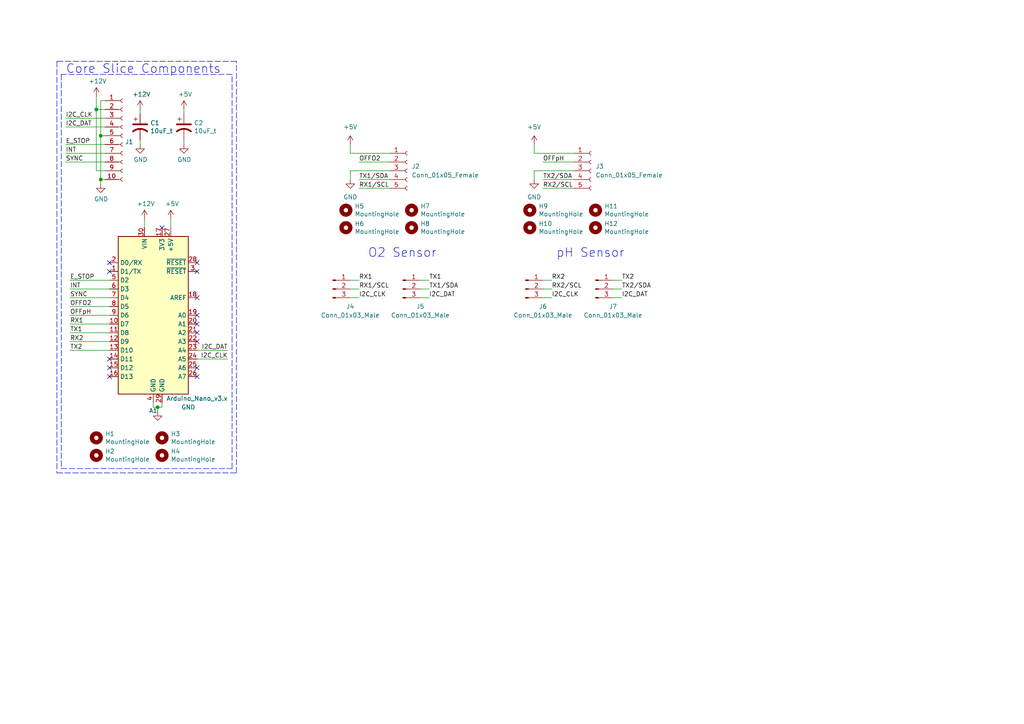
<source format=kicad_sch>
(kicad_sch (version 20211123) (generator eeschema)

  (uuid 3934cdea-42c8-4ab1-b1be-2c4978ab08ae)

  (paper "A4")

  (lib_symbols
    (symbol "BREAD_Slice-rescue:10uF_t-OCI_UPL_2_Capacitors" (pin_numbers hide) (pin_names (offset 0.254) hide) (in_bom yes) (on_board yes)
      (property "Reference" "C" (id 0) (at 0.635 2.54 0)
        (effects (font (size 1.27 1.27)) (justify left))
      )
      (property "Value" "10uF_t-OCI_UPL_2_Capacitors" (id 1) (at 0.635 -2.54 0)
        (effects (font (size 1.27 1.27)) (justify left))
      )
      (property "Footprint" "OCI_UPL_FOOTPRINTS:C_2312" (id 2) (at 0 -6.35 0)
        (effects (font (size 0.762 0.762)) hide)
      )
      (property "Datasheet" "https://www.digikey.com/short/qcd8n7" (id 3) (at 0 5.08 0)
        (effects (font (size 0.762 0.762)) hide)
      )
      (property "Part #" "T491C106K025AT" (id 4) (at 0 6.35 0)
        (effects (font (size 0.762 0.762)) hide)
      )
      (property "UPL #" "2.021" (id 5) (at 0 -5.08 0)
        (effects (font (size 0.762 0.762)) hide)
      )
      (property "ki_fp_filters" "SMD*_Pol c_elec* C*elec TantalC* Elko* CP*" (id 6) (at 0 0 0)
        (effects (font (size 1.27 1.27)) hide)
      )
      (symbol "10uF_t-OCI_UPL_2_Capacitors_0_1"
        (polyline
          (pts
            (xy -2.032 0.762)
            (xy 2.032 0.762)
          )
          (stroke (width 0.508) (type default) (color 0 0 0 0))
          (fill (type none))
        )
        (polyline
          (pts
            (xy -1.778 2.286)
            (xy -0.762 2.286)
          )
          (stroke (width 0) (type default) (color 0 0 0 0))
          (fill (type none))
        )
        (polyline
          (pts
            (xy -1.27 1.778)
            (xy -1.27 2.794)
          )
          (stroke (width 0) (type default) (color 0 0 0 0))
          (fill (type none))
        )
        (arc (start 2.032 -1.27) (mid 0 -0.5572) (end -2.032 -1.27)
          (stroke (width 0.508) (type default) (color 0 0 0 0))
          (fill (type none))
        )
      )
      (symbol "10uF_t-OCI_UPL_2_Capacitors_1_1"
        (pin passive line (at 0 3.81 270) (length 2.794)
          (name "~" (effects (font (size 1.016 1.016))))
          (number "1" (effects (font (size 1.016 1.016))))
        )
        (pin passive line (at 0 -3.81 90) (length 3.302)
          (name "~" (effects (font (size 1.016 1.016))))
          (number "2" (effects (font (size 1.016 1.016))))
        )
      )
    )
    (symbol "Connector:Conn_01x03_Male" (pin_names (offset 1.016) hide) (in_bom yes) (on_board yes)
      (property "Reference" "J" (id 0) (at 0 5.08 0)
        (effects (font (size 1.27 1.27)))
      )
      (property "Value" "Conn_01x03_Male" (id 1) (at 0 -5.08 0)
        (effects (font (size 1.27 1.27)))
      )
      (property "Footprint" "" (id 2) (at 0 0 0)
        (effects (font (size 1.27 1.27)) hide)
      )
      (property "Datasheet" "~" (id 3) (at 0 0 0)
        (effects (font (size 1.27 1.27)) hide)
      )
      (property "ki_keywords" "connector" (id 4) (at 0 0 0)
        (effects (font (size 1.27 1.27)) hide)
      )
      (property "ki_description" "Generic connector, single row, 01x03, script generated (kicad-library-utils/schlib/autogen/connector/)" (id 5) (at 0 0 0)
        (effects (font (size 1.27 1.27)) hide)
      )
      (property "ki_fp_filters" "Connector*:*_1x??_*" (id 6) (at 0 0 0)
        (effects (font (size 1.27 1.27)) hide)
      )
      (symbol "Conn_01x03_Male_1_1"
        (polyline
          (pts
            (xy 1.27 -2.54)
            (xy 0.8636 -2.54)
          )
          (stroke (width 0.1524) (type default) (color 0 0 0 0))
          (fill (type none))
        )
        (polyline
          (pts
            (xy 1.27 0)
            (xy 0.8636 0)
          )
          (stroke (width 0.1524) (type default) (color 0 0 0 0))
          (fill (type none))
        )
        (polyline
          (pts
            (xy 1.27 2.54)
            (xy 0.8636 2.54)
          )
          (stroke (width 0.1524) (type default) (color 0 0 0 0))
          (fill (type none))
        )
        (rectangle (start 0.8636 -2.413) (end 0 -2.667)
          (stroke (width 0.1524) (type default) (color 0 0 0 0))
          (fill (type outline))
        )
        (rectangle (start 0.8636 0.127) (end 0 -0.127)
          (stroke (width 0.1524) (type default) (color 0 0 0 0))
          (fill (type outline))
        )
        (rectangle (start 0.8636 2.667) (end 0 2.413)
          (stroke (width 0.1524) (type default) (color 0 0 0 0))
          (fill (type outline))
        )
        (pin passive line (at 5.08 2.54 180) (length 3.81)
          (name "Pin_1" (effects (font (size 1.27 1.27))))
          (number "1" (effects (font (size 1.27 1.27))))
        )
        (pin passive line (at 5.08 0 180) (length 3.81)
          (name "Pin_2" (effects (font (size 1.27 1.27))))
          (number "2" (effects (font (size 1.27 1.27))))
        )
        (pin passive line (at 5.08 -2.54 180) (length 3.81)
          (name "Pin_3" (effects (font (size 1.27 1.27))))
          (number "3" (effects (font (size 1.27 1.27))))
        )
      )
    )
    (symbol "Connector:Conn_01x05_Female" (pin_names (offset 1.016) hide) (in_bom yes) (on_board yes)
      (property "Reference" "J" (id 0) (at 0 7.62 0)
        (effects (font (size 1.27 1.27)))
      )
      (property "Value" "Conn_01x05_Female" (id 1) (at 0 -7.62 0)
        (effects (font (size 1.27 1.27)))
      )
      (property "Footprint" "" (id 2) (at 0 0 0)
        (effects (font (size 1.27 1.27)) hide)
      )
      (property "Datasheet" "~" (id 3) (at 0 0 0)
        (effects (font (size 1.27 1.27)) hide)
      )
      (property "ki_keywords" "connector" (id 4) (at 0 0 0)
        (effects (font (size 1.27 1.27)) hide)
      )
      (property "ki_description" "Generic connector, single row, 01x05, script generated (kicad-library-utils/schlib/autogen/connector/)" (id 5) (at 0 0 0)
        (effects (font (size 1.27 1.27)) hide)
      )
      (property "ki_fp_filters" "Connector*:*_1x??_*" (id 6) (at 0 0 0)
        (effects (font (size 1.27 1.27)) hide)
      )
      (symbol "Conn_01x05_Female_1_1"
        (arc (start 0 -4.572) (mid -0.508 -5.08) (end 0 -5.588)
          (stroke (width 0.1524) (type default) (color 0 0 0 0))
          (fill (type none))
        )
        (arc (start 0 -2.032) (mid -0.508 -2.54) (end 0 -3.048)
          (stroke (width 0.1524) (type default) (color 0 0 0 0))
          (fill (type none))
        )
        (polyline
          (pts
            (xy -1.27 -5.08)
            (xy -0.508 -5.08)
          )
          (stroke (width 0.1524) (type default) (color 0 0 0 0))
          (fill (type none))
        )
        (polyline
          (pts
            (xy -1.27 -2.54)
            (xy -0.508 -2.54)
          )
          (stroke (width 0.1524) (type default) (color 0 0 0 0))
          (fill (type none))
        )
        (polyline
          (pts
            (xy -1.27 0)
            (xy -0.508 0)
          )
          (stroke (width 0.1524) (type default) (color 0 0 0 0))
          (fill (type none))
        )
        (polyline
          (pts
            (xy -1.27 2.54)
            (xy -0.508 2.54)
          )
          (stroke (width 0.1524) (type default) (color 0 0 0 0))
          (fill (type none))
        )
        (polyline
          (pts
            (xy -1.27 5.08)
            (xy -0.508 5.08)
          )
          (stroke (width 0.1524) (type default) (color 0 0 0 0))
          (fill (type none))
        )
        (arc (start 0 0.508) (mid -0.508 0) (end 0 -0.508)
          (stroke (width 0.1524) (type default) (color 0 0 0 0))
          (fill (type none))
        )
        (arc (start 0 3.048) (mid -0.508 2.54) (end 0 2.032)
          (stroke (width 0.1524) (type default) (color 0 0 0 0))
          (fill (type none))
        )
        (arc (start 0 5.588) (mid -0.508 5.08) (end 0 4.572)
          (stroke (width 0.1524) (type default) (color 0 0 0 0))
          (fill (type none))
        )
        (pin passive line (at -5.08 5.08 0) (length 3.81)
          (name "Pin_1" (effects (font (size 1.27 1.27))))
          (number "1" (effects (font (size 1.27 1.27))))
        )
        (pin passive line (at -5.08 2.54 0) (length 3.81)
          (name "Pin_2" (effects (font (size 1.27 1.27))))
          (number "2" (effects (font (size 1.27 1.27))))
        )
        (pin passive line (at -5.08 0 0) (length 3.81)
          (name "Pin_3" (effects (font (size 1.27 1.27))))
          (number "3" (effects (font (size 1.27 1.27))))
        )
        (pin passive line (at -5.08 -2.54 0) (length 3.81)
          (name "Pin_4" (effects (font (size 1.27 1.27))))
          (number "4" (effects (font (size 1.27 1.27))))
        )
        (pin passive line (at -5.08 -5.08 0) (length 3.81)
          (name "Pin_5" (effects (font (size 1.27 1.27))))
          (number "5" (effects (font (size 1.27 1.27))))
        )
      )
    )
    (symbol "Connector:Conn_01x10_Female" (pin_names (offset 1.016) hide) (in_bom yes) (on_board yes)
      (property "Reference" "J" (id 0) (at 0 12.7 0)
        (effects (font (size 1.27 1.27)))
      )
      (property "Value" "Conn_01x10_Female" (id 1) (at 0 -15.24 0)
        (effects (font (size 1.27 1.27)))
      )
      (property "Footprint" "" (id 2) (at 0 0 0)
        (effects (font (size 1.27 1.27)) hide)
      )
      (property "Datasheet" "~" (id 3) (at 0 0 0)
        (effects (font (size 1.27 1.27)) hide)
      )
      (property "ki_keywords" "connector" (id 4) (at 0 0 0)
        (effects (font (size 1.27 1.27)) hide)
      )
      (property "ki_description" "Generic connector, single row, 01x10, script generated (kicad-library-utils/schlib/autogen/connector/)" (id 5) (at 0 0 0)
        (effects (font (size 1.27 1.27)) hide)
      )
      (property "ki_fp_filters" "Connector*:*_1x??_*" (id 6) (at 0 0 0)
        (effects (font (size 1.27 1.27)) hide)
      )
      (symbol "Conn_01x10_Female_1_1"
        (arc (start 0 -12.192) (mid -0.508 -12.7) (end 0 -13.208)
          (stroke (width 0.1524) (type default) (color 0 0 0 0))
          (fill (type none))
        )
        (arc (start 0 -9.652) (mid -0.508 -10.16) (end 0 -10.668)
          (stroke (width 0.1524) (type default) (color 0 0 0 0))
          (fill (type none))
        )
        (arc (start 0 -7.112) (mid -0.508 -7.62) (end 0 -8.128)
          (stroke (width 0.1524) (type default) (color 0 0 0 0))
          (fill (type none))
        )
        (arc (start 0 -4.572) (mid -0.508 -5.08) (end 0 -5.588)
          (stroke (width 0.1524) (type default) (color 0 0 0 0))
          (fill (type none))
        )
        (arc (start 0 -2.032) (mid -0.508 -2.54) (end 0 -3.048)
          (stroke (width 0.1524) (type default) (color 0 0 0 0))
          (fill (type none))
        )
        (polyline
          (pts
            (xy -1.27 -12.7)
            (xy -0.508 -12.7)
          )
          (stroke (width 0.1524) (type default) (color 0 0 0 0))
          (fill (type none))
        )
        (polyline
          (pts
            (xy -1.27 -10.16)
            (xy -0.508 -10.16)
          )
          (stroke (width 0.1524) (type default) (color 0 0 0 0))
          (fill (type none))
        )
        (polyline
          (pts
            (xy -1.27 -7.62)
            (xy -0.508 -7.62)
          )
          (stroke (width 0.1524) (type default) (color 0 0 0 0))
          (fill (type none))
        )
        (polyline
          (pts
            (xy -1.27 -5.08)
            (xy -0.508 -5.08)
          )
          (stroke (width 0.1524) (type default) (color 0 0 0 0))
          (fill (type none))
        )
        (polyline
          (pts
            (xy -1.27 -2.54)
            (xy -0.508 -2.54)
          )
          (stroke (width 0.1524) (type default) (color 0 0 0 0))
          (fill (type none))
        )
        (polyline
          (pts
            (xy -1.27 0)
            (xy -0.508 0)
          )
          (stroke (width 0.1524) (type default) (color 0 0 0 0))
          (fill (type none))
        )
        (polyline
          (pts
            (xy -1.27 2.54)
            (xy -0.508 2.54)
          )
          (stroke (width 0.1524) (type default) (color 0 0 0 0))
          (fill (type none))
        )
        (polyline
          (pts
            (xy -1.27 5.08)
            (xy -0.508 5.08)
          )
          (stroke (width 0.1524) (type default) (color 0 0 0 0))
          (fill (type none))
        )
        (polyline
          (pts
            (xy -1.27 7.62)
            (xy -0.508 7.62)
          )
          (stroke (width 0.1524) (type default) (color 0 0 0 0))
          (fill (type none))
        )
        (polyline
          (pts
            (xy -1.27 10.16)
            (xy -0.508 10.16)
          )
          (stroke (width 0.1524) (type default) (color 0 0 0 0))
          (fill (type none))
        )
        (arc (start 0 0.508) (mid -0.508 0) (end 0 -0.508)
          (stroke (width 0.1524) (type default) (color 0 0 0 0))
          (fill (type none))
        )
        (arc (start 0 3.048) (mid -0.508 2.54) (end 0 2.032)
          (stroke (width 0.1524) (type default) (color 0 0 0 0))
          (fill (type none))
        )
        (arc (start 0 5.588) (mid -0.508 5.08) (end 0 4.572)
          (stroke (width 0.1524) (type default) (color 0 0 0 0))
          (fill (type none))
        )
        (arc (start 0 8.128) (mid -0.508 7.62) (end 0 7.112)
          (stroke (width 0.1524) (type default) (color 0 0 0 0))
          (fill (type none))
        )
        (arc (start 0 10.668) (mid -0.508 10.16) (end 0 9.652)
          (stroke (width 0.1524) (type default) (color 0 0 0 0))
          (fill (type none))
        )
        (pin passive line (at -5.08 10.16 0) (length 3.81)
          (name "Pin_1" (effects (font (size 1.27 1.27))))
          (number "1" (effects (font (size 1.27 1.27))))
        )
        (pin passive line (at -5.08 -12.7 0) (length 3.81)
          (name "Pin_10" (effects (font (size 1.27 1.27))))
          (number "10" (effects (font (size 1.27 1.27))))
        )
        (pin passive line (at -5.08 7.62 0) (length 3.81)
          (name "Pin_2" (effects (font (size 1.27 1.27))))
          (number "2" (effects (font (size 1.27 1.27))))
        )
        (pin passive line (at -5.08 5.08 0) (length 3.81)
          (name "Pin_3" (effects (font (size 1.27 1.27))))
          (number "3" (effects (font (size 1.27 1.27))))
        )
        (pin passive line (at -5.08 2.54 0) (length 3.81)
          (name "Pin_4" (effects (font (size 1.27 1.27))))
          (number "4" (effects (font (size 1.27 1.27))))
        )
        (pin passive line (at -5.08 0 0) (length 3.81)
          (name "Pin_5" (effects (font (size 1.27 1.27))))
          (number "5" (effects (font (size 1.27 1.27))))
        )
        (pin passive line (at -5.08 -2.54 0) (length 3.81)
          (name "Pin_6" (effects (font (size 1.27 1.27))))
          (number "6" (effects (font (size 1.27 1.27))))
        )
        (pin passive line (at -5.08 -5.08 0) (length 3.81)
          (name "Pin_7" (effects (font (size 1.27 1.27))))
          (number "7" (effects (font (size 1.27 1.27))))
        )
        (pin passive line (at -5.08 -7.62 0) (length 3.81)
          (name "Pin_8" (effects (font (size 1.27 1.27))))
          (number "8" (effects (font (size 1.27 1.27))))
        )
        (pin passive line (at -5.08 -10.16 0) (length 3.81)
          (name "Pin_9" (effects (font (size 1.27 1.27))))
          (number "9" (effects (font (size 1.27 1.27))))
        )
      )
    )
    (symbol "MCU_Module:Arduino_Nano_v3.x" (in_bom yes) (on_board yes)
      (property "Reference" "A" (id 0) (at -10.16 23.495 0)
        (effects (font (size 1.27 1.27)) (justify left bottom))
      )
      (property "Value" "Arduino_Nano_v3.x" (id 1) (at 5.08 -24.13 0)
        (effects (font (size 1.27 1.27)) (justify left top))
      )
      (property "Footprint" "Module:Arduino_Nano" (id 2) (at 0 0 0)
        (effects (font (size 1.27 1.27) italic) hide)
      )
      (property "Datasheet" "http://www.mouser.com/pdfdocs/Gravitech_Arduino_Nano3_0.pdf" (id 3) (at 0 0 0)
        (effects (font (size 1.27 1.27)) hide)
      )
      (property "ki_keywords" "Arduino nano microcontroller module USB" (id 4) (at 0 0 0)
        (effects (font (size 1.27 1.27)) hide)
      )
      (property "ki_description" "Arduino Nano v3.x" (id 5) (at 0 0 0)
        (effects (font (size 1.27 1.27)) hide)
      )
      (property "ki_fp_filters" "Arduino*Nano*" (id 6) (at 0 0 0)
        (effects (font (size 1.27 1.27)) hide)
      )
      (symbol "Arduino_Nano_v3.x_0_1"
        (rectangle (start -10.16 22.86) (end 10.16 -22.86)
          (stroke (width 0.254) (type default) (color 0 0 0 0))
          (fill (type background))
        )
      )
      (symbol "Arduino_Nano_v3.x_1_1"
        (pin bidirectional line (at -12.7 12.7 0) (length 2.54)
          (name "D1/TX" (effects (font (size 1.27 1.27))))
          (number "1" (effects (font (size 1.27 1.27))))
        )
        (pin bidirectional line (at -12.7 -2.54 0) (length 2.54)
          (name "D7" (effects (font (size 1.27 1.27))))
          (number "10" (effects (font (size 1.27 1.27))))
        )
        (pin bidirectional line (at -12.7 -5.08 0) (length 2.54)
          (name "D8" (effects (font (size 1.27 1.27))))
          (number "11" (effects (font (size 1.27 1.27))))
        )
        (pin bidirectional line (at -12.7 -7.62 0) (length 2.54)
          (name "D9" (effects (font (size 1.27 1.27))))
          (number "12" (effects (font (size 1.27 1.27))))
        )
        (pin bidirectional line (at -12.7 -10.16 0) (length 2.54)
          (name "D10" (effects (font (size 1.27 1.27))))
          (number "13" (effects (font (size 1.27 1.27))))
        )
        (pin bidirectional line (at -12.7 -12.7 0) (length 2.54)
          (name "D11" (effects (font (size 1.27 1.27))))
          (number "14" (effects (font (size 1.27 1.27))))
        )
        (pin bidirectional line (at -12.7 -15.24 0) (length 2.54)
          (name "D12" (effects (font (size 1.27 1.27))))
          (number "15" (effects (font (size 1.27 1.27))))
        )
        (pin bidirectional line (at -12.7 -17.78 0) (length 2.54)
          (name "D13" (effects (font (size 1.27 1.27))))
          (number "16" (effects (font (size 1.27 1.27))))
        )
        (pin power_out line (at 2.54 25.4 270) (length 2.54)
          (name "3V3" (effects (font (size 1.27 1.27))))
          (number "17" (effects (font (size 1.27 1.27))))
        )
        (pin input line (at 12.7 5.08 180) (length 2.54)
          (name "AREF" (effects (font (size 1.27 1.27))))
          (number "18" (effects (font (size 1.27 1.27))))
        )
        (pin bidirectional line (at 12.7 0 180) (length 2.54)
          (name "A0" (effects (font (size 1.27 1.27))))
          (number "19" (effects (font (size 1.27 1.27))))
        )
        (pin bidirectional line (at -12.7 15.24 0) (length 2.54)
          (name "D0/RX" (effects (font (size 1.27 1.27))))
          (number "2" (effects (font (size 1.27 1.27))))
        )
        (pin bidirectional line (at 12.7 -2.54 180) (length 2.54)
          (name "A1" (effects (font (size 1.27 1.27))))
          (number "20" (effects (font (size 1.27 1.27))))
        )
        (pin bidirectional line (at 12.7 -5.08 180) (length 2.54)
          (name "A2" (effects (font (size 1.27 1.27))))
          (number "21" (effects (font (size 1.27 1.27))))
        )
        (pin bidirectional line (at 12.7 -7.62 180) (length 2.54)
          (name "A3" (effects (font (size 1.27 1.27))))
          (number "22" (effects (font (size 1.27 1.27))))
        )
        (pin bidirectional line (at 12.7 -10.16 180) (length 2.54)
          (name "A4" (effects (font (size 1.27 1.27))))
          (number "23" (effects (font (size 1.27 1.27))))
        )
        (pin bidirectional line (at 12.7 -12.7 180) (length 2.54)
          (name "A5" (effects (font (size 1.27 1.27))))
          (number "24" (effects (font (size 1.27 1.27))))
        )
        (pin bidirectional line (at 12.7 -15.24 180) (length 2.54)
          (name "A6" (effects (font (size 1.27 1.27))))
          (number "25" (effects (font (size 1.27 1.27))))
        )
        (pin bidirectional line (at 12.7 -17.78 180) (length 2.54)
          (name "A7" (effects (font (size 1.27 1.27))))
          (number "26" (effects (font (size 1.27 1.27))))
        )
        (pin power_out line (at 5.08 25.4 270) (length 2.54)
          (name "+5V" (effects (font (size 1.27 1.27))))
          (number "27" (effects (font (size 1.27 1.27))))
        )
        (pin input line (at 12.7 15.24 180) (length 2.54)
          (name "~{RESET}" (effects (font (size 1.27 1.27))))
          (number "28" (effects (font (size 1.27 1.27))))
        )
        (pin power_in line (at 2.54 -25.4 90) (length 2.54)
          (name "GND" (effects (font (size 1.27 1.27))))
          (number "29" (effects (font (size 1.27 1.27))))
        )
        (pin input line (at 12.7 12.7 180) (length 2.54)
          (name "~{RESET}" (effects (font (size 1.27 1.27))))
          (number "3" (effects (font (size 1.27 1.27))))
        )
        (pin power_in line (at -2.54 25.4 270) (length 2.54)
          (name "VIN" (effects (font (size 1.27 1.27))))
          (number "30" (effects (font (size 1.27 1.27))))
        )
        (pin power_in line (at 0 -25.4 90) (length 2.54)
          (name "GND" (effects (font (size 1.27 1.27))))
          (number "4" (effects (font (size 1.27 1.27))))
        )
        (pin bidirectional line (at -12.7 10.16 0) (length 2.54)
          (name "D2" (effects (font (size 1.27 1.27))))
          (number "5" (effects (font (size 1.27 1.27))))
        )
        (pin bidirectional line (at -12.7 7.62 0) (length 2.54)
          (name "D3" (effects (font (size 1.27 1.27))))
          (number "6" (effects (font (size 1.27 1.27))))
        )
        (pin bidirectional line (at -12.7 5.08 0) (length 2.54)
          (name "D4" (effects (font (size 1.27 1.27))))
          (number "7" (effects (font (size 1.27 1.27))))
        )
        (pin bidirectional line (at -12.7 2.54 0) (length 2.54)
          (name "D5" (effects (font (size 1.27 1.27))))
          (number "8" (effects (font (size 1.27 1.27))))
        )
        (pin bidirectional line (at -12.7 0 0) (length 2.54)
          (name "D6" (effects (font (size 1.27 1.27))))
          (number "9" (effects (font (size 1.27 1.27))))
        )
      )
    )
    (symbol "Mechanical:MountingHole" (pin_names (offset 1.016)) (in_bom yes) (on_board yes)
      (property "Reference" "H" (id 0) (at 0 5.08 0)
        (effects (font (size 1.27 1.27)))
      )
      (property "Value" "MountingHole" (id 1) (at 0 3.175 0)
        (effects (font (size 1.27 1.27)))
      )
      (property "Footprint" "" (id 2) (at 0 0 0)
        (effects (font (size 1.27 1.27)) hide)
      )
      (property "Datasheet" "~" (id 3) (at 0 0 0)
        (effects (font (size 1.27 1.27)) hide)
      )
      (property "ki_keywords" "mounting hole" (id 4) (at 0 0 0)
        (effects (font (size 1.27 1.27)) hide)
      )
      (property "ki_description" "Mounting Hole without connection" (id 5) (at 0 0 0)
        (effects (font (size 1.27 1.27)) hide)
      )
      (property "ki_fp_filters" "MountingHole*" (id 6) (at 0 0 0)
        (effects (font (size 1.27 1.27)) hide)
      )
      (symbol "MountingHole_0_1"
        (circle (center 0 0) (radius 1.27)
          (stroke (width 1.27) (type default) (color 0 0 0 0))
          (fill (type none))
        )
      )
    )
    (symbol "power:+12V" (power) (pin_names (offset 0)) (in_bom yes) (on_board yes)
      (property "Reference" "#PWR" (id 0) (at 0 -3.81 0)
        (effects (font (size 1.27 1.27)) hide)
      )
      (property "Value" "+12V" (id 1) (at 0 3.556 0)
        (effects (font (size 1.27 1.27)))
      )
      (property "Footprint" "" (id 2) (at 0 0 0)
        (effects (font (size 1.27 1.27)) hide)
      )
      (property "Datasheet" "" (id 3) (at 0 0 0)
        (effects (font (size 1.27 1.27)) hide)
      )
      (property "ki_keywords" "power-flag" (id 4) (at 0 0 0)
        (effects (font (size 1.27 1.27)) hide)
      )
      (property "ki_description" "Power symbol creates a global label with name \"+12V\"" (id 5) (at 0 0 0)
        (effects (font (size 1.27 1.27)) hide)
      )
      (symbol "+12V_0_1"
        (polyline
          (pts
            (xy -0.762 1.27)
            (xy 0 2.54)
          )
          (stroke (width 0) (type default) (color 0 0 0 0))
          (fill (type none))
        )
        (polyline
          (pts
            (xy 0 0)
            (xy 0 2.54)
          )
          (stroke (width 0) (type default) (color 0 0 0 0))
          (fill (type none))
        )
        (polyline
          (pts
            (xy 0 2.54)
            (xy 0.762 1.27)
          )
          (stroke (width 0) (type default) (color 0 0 0 0))
          (fill (type none))
        )
      )
      (symbol "+12V_1_1"
        (pin power_in line (at 0 0 90) (length 0) hide
          (name "+12V" (effects (font (size 1.27 1.27))))
          (number "1" (effects (font (size 1.27 1.27))))
        )
      )
    )
    (symbol "power:+5V" (power) (pin_names (offset 0)) (in_bom yes) (on_board yes)
      (property "Reference" "#PWR" (id 0) (at 0 -3.81 0)
        (effects (font (size 1.27 1.27)) hide)
      )
      (property "Value" "+5V" (id 1) (at 0 3.556 0)
        (effects (font (size 1.27 1.27)))
      )
      (property "Footprint" "" (id 2) (at 0 0 0)
        (effects (font (size 1.27 1.27)) hide)
      )
      (property "Datasheet" "" (id 3) (at 0 0 0)
        (effects (font (size 1.27 1.27)) hide)
      )
      (property "ki_keywords" "power-flag" (id 4) (at 0 0 0)
        (effects (font (size 1.27 1.27)) hide)
      )
      (property "ki_description" "Power symbol creates a global label with name \"+5V\"" (id 5) (at 0 0 0)
        (effects (font (size 1.27 1.27)) hide)
      )
      (symbol "+5V_0_1"
        (polyline
          (pts
            (xy -0.762 1.27)
            (xy 0 2.54)
          )
          (stroke (width 0) (type default) (color 0 0 0 0))
          (fill (type none))
        )
        (polyline
          (pts
            (xy 0 0)
            (xy 0 2.54)
          )
          (stroke (width 0) (type default) (color 0 0 0 0))
          (fill (type none))
        )
        (polyline
          (pts
            (xy 0 2.54)
            (xy 0.762 1.27)
          )
          (stroke (width 0) (type default) (color 0 0 0 0))
          (fill (type none))
        )
      )
      (symbol "+5V_1_1"
        (pin power_in line (at 0 0 90) (length 0) hide
          (name "+5V" (effects (font (size 1.27 1.27))))
          (number "1" (effects (font (size 1.27 1.27))))
        )
      )
    )
    (symbol "power:GND" (power) (pin_names (offset 0)) (in_bom yes) (on_board yes)
      (property "Reference" "#PWR" (id 0) (at 0 -6.35 0)
        (effects (font (size 1.27 1.27)) hide)
      )
      (property "Value" "GND" (id 1) (at 0 -3.81 0)
        (effects (font (size 1.27 1.27)))
      )
      (property "Footprint" "" (id 2) (at 0 0 0)
        (effects (font (size 1.27 1.27)) hide)
      )
      (property "Datasheet" "" (id 3) (at 0 0 0)
        (effects (font (size 1.27 1.27)) hide)
      )
      (property "ki_keywords" "power-flag" (id 4) (at 0 0 0)
        (effects (font (size 1.27 1.27)) hide)
      )
      (property "ki_description" "Power symbol creates a global label with name \"GND\" , ground" (id 5) (at 0 0 0)
        (effects (font (size 1.27 1.27)) hide)
      )
      (symbol "GND_0_1"
        (polyline
          (pts
            (xy 0 0)
            (xy 0 -1.27)
            (xy 1.27 -1.27)
            (xy 0 -2.54)
            (xy -1.27 -1.27)
            (xy 0 -1.27)
          )
          (stroke (width 0) (type default) (color 0 0 0 0))
          (fill (type none))
        )
      )
      (symbol "GND_1_1"
        (pin power_in line (at 0 0 270) (length 0) hide
          (name "GND" (effects (font (size 1.27 1.27))))
          (number "1" (effects (font (size 1.27 1.27))))
        )
      )
    )
  )


  (junction (at 29.21 39.37) (diameter 0) (color 0 0 0 0)
    (uuid 18dee026-9999-4f10-8c36-736131349406)
  )
  (junction (at 27.94 31.75) (diameter 0) (color 0 0 0 0)
    (uuid 799d9f4a-bb6b-44d5-9f4c-3a30db59943d)
  )
  (junction (at 45.72 118.11) (diameter 0) (color 0 0 0 0)
    (uuid a9d76dfc-52ba-46de-beb4-dab7b94ee663)
  )
  (junction (at 29.21 52.07) (diameter 0) (color 0 0 0 0)
    (uuid c480dba7-51ff-4a4f-9251-e48b2784c64a)
  )

  (no_connect (at 31.75 104.14) (uuid 02414dd6-bb8f-4737-abd5-daed0876b586))
  (no_connect (at 31.75 106.68) (uuid 02414dd6-bb8f-4737-abd5-daed0876b587))
  (no_connect (at 31.75 109.22) (uuid 02414dd6-bb8f-4737-abd5-daed0876b588))
  (no_connect (at 57.15 106.68) (uuid 082aed28-f9e8-49e7-96ee-b5aa9f0319c7))
  (no_connect (at 57.15 109.22) (uuid 10b20c6b-8045-46d1-a965-0d7dd9a1b5fa))
  (no_connect (at 57.15 93.98) (uuid 59f60168-cced-43c9-aaa5-41a1a8a2f631))
  (no_connect (at 31.75 76.2) (uuid 8b3ba7fc-20b6-43c4-a020-80151e1caecc))
  (no_connect (at 57.15 96.52) (uuid d68dca9b-48b3-498b-9b5f-3b3838250f82))
  (no_connect (at 57.15 78.74) (uuid df5c9f6b-a62e-44ba-997f-b2cf3279c7d4))
  (no_connect (at 57.15 76.2) (uuid e04b8c10-725b-4bde-8cbf-66bfea5053e6))
  (no_connect (at 57.15 91.44) (uuid ef94502b-f22d-4da7-a17f-4100090b03a1))
  (no_connect (at 46.99 66.04) (uuid f4aae365-6c70-41da-9253-52b239e8f5e6))
  (no_connect (at 57.15 86.36) (uuid f6a3288e-9575-42bb-af05-a920d59aded8))
  (no_connect (at 31.75 78.74) (uuid fb0b1440-18be-4b5f-b469-b4cfaf66fc53))
  (no_connect (at 57.15 99.06) (uuid fe6d9604-2924-4f38-950b-a31e8a281973))

  (wire (pts (xy 121.92 83.82) (xy 124.46 83.82))
    (stroke (width 0) (type default) (color 0 0 0 0))
    (uuid 00dc10f5-0a54-4c58-b83c-c180dfdec274)
  )
  (polyline (pts (xy 16.51 17.78) (xy 16.51 137.16))
    (stroke (width 0) (type default) (color 0 0 0 0))
    (uuid 044de712-d3da-40ed-9c9f-d91ef285c74c)
  )

  (wire (pts (xy 27.94 27.94) (xy 27.94 31.75))
    (stroke (width 0) (type default) (color 0 0 0 0))
    (uuid 0c9bbc06-f1c0-4359-8448-9c515b32a886)
  )
  (polyline (pts (xy 17.78 135.89) (xy 67.31 135.89))
    (stroke (width 0) (type default) (color 0 0 0 0))
    (uuid 0d095387-710d-4633-a6c3-04eab60b585a)
  )

  (wire (pts (xy 30.48 39.37) (xy 29.21 39.37))
    (stroke (width 0) (type default) (color 0 0 0 0))
    (uuid 0ff398d7-e6e2-4972-a7a4-438407886f34)
  )
  (wire (pts (xy 157.48 86.36) (xy 160.02 86.36))
    (stroke (width 0) (type default) (color 0 0 0 0))
    (uuid 10478608-215d-461d-bcde-e3f9e9a794cd)
  )
  (wire (pts (xy 101.6 81.28) (xy 104.14 81.28))
    (stroke (width 0) (type default) (color 0 0 0 0))
    (uuid 10f141c4-9768-43c4-92b6-491be0815c18)
  )
  (wire (pts (xy 27.94 31.75) (xy 30.48 31.75))
    (stroke (width 0) (type default) (color 0 0 0 0))
    (uuid 1527299a-08b3-47c3-929f-a75c83be365e)
  )
  (wire (pts (xy 30.48 34.29) (xy 19.05 34.29))
    (stroke (width 0) (type default) (color 0 0 0 0))
    (uuid 153169ce-9fac-4868-bc4e-e1381c5bb726)
  )
  (wire (pts (xy 45.72 118.11) (xy 46.99 118.11))
    (stroke (width 0) (type default) (color 0 0 0 0))
    (uuid 165f4d8d-26a9-4cf2-a8d6-9936cd983be4)
  )
  (wire (pts (xy 30.48 52.07) (xy 29.21 52.07))
    (stroke (width 0) (type default) (color 0 0 0 0))
    (uuid 1732b93f-cd0e-4ca4-a905-bb406354ca33)
  )
  (wire (pts (xy 30.48 41.91) (xy 19.05 41.91))
    (stroke (width 0) (type default) (color 0 0 0 0))
    (uuid 2276ec6c-cdcc-4369-86b4-8267d991001e)
  )
  (polyline (pts (xy 16.51 137.16) (xy 68.58 137.16))
    (stroke (width 0) (type default) (color 0 0 0 0))
    (uuid 23345f3e-d08d-4834-b1dc-64de02569916)
  )

  (wire (pts (xy 20.32 93.98) (xy 31.75 93.98))
    (stroke (width 0) (type default) (color 0 0 0 0))
    (uuid 23401e06-9926-4729-b415-171f0c784bf7)
  )
  (wire (pts (xy 101.6 86.36) (xy 104.14 86.36))
    (stroke (width 0) (type default) (color 0 0 0 0))
    (uuid 234a19cc-c22a-4567-84d7-c9068458a261)
  )
  (wire (pts (xy 29.21 29.21) (xy 30.48 29.21))
    (stroke (width 0) (type default) (color 0 0 0 0))
    (uuid 29987966-1d19-4068-93f6-a61cdfb40ffa)
  )
  (wire (pts (xy 101.6 41.91) (xy 101.6 44.45))
    (stroke (width 0) (type default) (color 0 0 0 0))
    (uuid 2aca7880-abec-4fe4-bbd3-b067c8629be2)
  )
  (wire (pts (xy 41.91 63.5) (xy 41.91 66.04))
    (stroke (width 0) (type default) (color 0 0 0 0))
    (uuid 2f0570b6-86da-47a8-9e56-ce60c431c534)
  )
  (wire (pts (xy 157.48 83.82) (xy 160.02 83.82))
    (stroke (width 0) (type default) (color 0 0 0 0))
    (uuid 381b2fb7-92fb-48b9-80ca-576031615539)
  )
  (wire (pts (xy 157.48 54.61) (xy 166.37 54.61))
    (stroke (width 0) (type default) (color 0 0 0 0))
    (uuid 38ca63f7-9e89-479b-92e4-69f642c0bbff)
  )
  (wire (pts (xy 20.32 91.44) (xy 31.75 91.44))
    (stroke (width 0) (type default) (color 0 0 0 0))
    (uuid 3a89ec7c-bda3-4190-b14e-819e04995af6)
  )
  (wire (pts (xy 20.32 83.82) (xy 31.75 83.82))
    (stroke (width 0) (type default) (color 0 0 0 0))
    (uuid 3e87b259-dfc1-4885-8dcf-7e7ae39674ed)
  )
  (wire (pts (xy 154.94 44.45) (xy 166.37 44.45))
    (stroke (width 0) (type default) (color 0 0 0 0))
    (uuid 45144977-764a-422c-9c40-bbfc27fb2a22)
  )
  (wire (pts (xy 177.8 83.82) (xy 180.34 83.82))
    (stroke (width 0) (type default) (color 0 0 0 0))
    (uuid 4f0e4dbd-e8bc-47a7-88fb-caa7ec60e3c4)
  )
  (polyline (pts (xy 68.58 137.16) (xy 68.58 17.78))
    (stroke (width 0) (type default) (color 0 0 0 0))
    (uuid 5099f397-6fe7-454f-899c-34e2b5f22ca7)
  )

  (wire (pts (xy 40.64 41.91) (xy 40.64 40.64))
    (stroke (width 0) (type default) (color 0 0 0 0))
    (uuid 58126faf-01a4-4f91-8e8c-ca9e47b48048)
  )
  (wire (pts (xy 40.64 33.02) (xy 40.64 31.75))
    (stroke (width 0) (type default) (color 0 0 0 0))
    (uuid 58a87288-e2bf-4c88-9871-a753efc69e9d)
  )
  (wire (pts (xy 101.6 44.45) (xy 113.03 44.45))
    (stroke (width 0) (type default) (color 0 0 0 0))
    (uuid 5b78d931-93dd-4459-ab39-a4a1b7c3a26b)
  )
  (wire (pts (xy 157.48 46.99) (xy 166.37 46.99))
    (stroke (width 0) (type default) (color 0 0 0 0))
    (uuid 5cbea609-3336-48c5-807b-8f275a8e6dc1)
  )
  (wire (pts (xy 157.48 52.07) (xy 166.37 52.07))
    (stroke (width 0) (type default) (color 0 0 0 0))
    (uuid 5f42d5b8-70dd-4bfa-956a-5525dea60e39)
  )
  (wire (pts (xy 104.14 52.07) (xy 113.03 52.07))
    (stroke (width 0) (type default) (color 0 0 0 0))
    (uuid 629dad91-cbe0-4066-96a9-ee4717c98203)
  )
  (wire (pts (xy 101.6 83.82) (xy 104.14 83.82))
    (stroke (width 0) (type default) (color 0 0 0 0))
    (uuid 642f0977-21bb-45db-9ea2-6e71ffd7f566)
  )
  (polyline (pts (xy 67.31 135.89) (xy 67.31 21.59))
    (stroke (width 0) (type default) (color 0 0 0 0))
    (uuid 6474aa6c-825c-4f0f-9938-759b68df02a5)
  )

  (wire (pts (xy 101.6 49.53) (xy 113.03 49.53))
    (stroke (width 0) (type default) (color 0 0 0 0))
    (uuid 64e8dbbe-977c-4d7f-a85e-1d328daab8b2)
  )
  (wire (pts (xy 177.8 86.36) (xy 180.34 86.36))
    (stroke (width 0) (type default) (color 0 0 0 0))
    (uuid 6b22b9ed-6f1d-4e71-9f31-d64c77acd6db)
  )
  (polyline (pts (xy 68.58 17.78) (xy 16.51 17.78))
    (stroke (width 0) (type default) (color 0 0 0 0))
    (uuid 6ba19f6c-fa3a-4bf3-8c57-119de0f02b65)
  )

  (wire (pts (xy 101.6 52.07) (xy 101.6 49.53))
    (stroke (width 0) (type default) (color 0 0 0 0))
    (uuid 6d941056-f2d9-4950-9a58-5c79c7f6251f)
  )
  (wire (pts (xy 44.45 118.11) (xy 45.72 118.11))
    (stroke (width 0) (type default) (color 0 0 0 0))
    (uuid 74855e0d-40e4-4940-a544-edae9207b2ea)
  )
  (wire (pts (xy 20.32 88.9) (xy 31.75 88.9))
    (stroke (width 0) (type default) (color 0 0 0 0))
    (uuid 7b073024-7815-4e6f-bd8c-3e79d18afe7a)
  )
  (wire (pts (xy 31.75 81.28) (xy 20.32 81.28))
    (stroke (width 0) (type default) (color 0 0 0 0))
    (uuid 7f064424-06a6-4f5b-87d6-1970ae527766)
  )
  (wire (pts (xy 44.45 116.84) (xy 44.45 118.11))
    (stroke (width 0) (type default) (color 0 0 0 0))
    (uuid 8e697b96-cf4c-43ef-b321-8c2422b088bf)
  )
  (wire (pts (xy 45.72 118.11) (xy 45.72 119.38))
    (stroke (width 0) (type default) (color 0 0 0 0))
    (uuid 92a23ed4-a5ea-4cea-bc33-0a83191a0d32)
  )
  (wire (pts (xy 104.14 54.61) (xy 113.03 54.61))
    (stroke (width 0) (type default) (color 0 0 0 0))
    (uuid 96547af7-71cc-46a1-a7ab-f630b8e3e742)
  )
  (wire (pts (xy 20.32 96.52) (xy 31.75 96.52))
    (stroke (width 0) (type default) (color 0 0 0 0))
    (uuid 9bfc99bd-a49e-4029-b03f-6aa766626c71)
  )
  (wire (pts (xy 46.99 118.11) (xy 46.99 116.84))
    (stroke (width 0) (type default) (color 0 0 0 0))
    (uuid 9de304ba-fba7-4896-b969-9d87a3522d74)
  )
  (wire (pts (xy 29.21 53.34) (xy 29.21 52.07))
    (stroke (width 0) (type default) (color 0 0 0 0))
    (uuid 9e136ac4-5d28-4814-9ebf-c30c372bc2ec)
  )
  (wire (pts (xy 49.53 63.5) (xy 49.53 66.04))
    (stroke (width 0) (type default) (color 0 0 0 0))
    (uuid 9e2492fd-e074-42db-8129-fe39460dc1e0)
  )
  (wire (pts (xy 19.05 44.45) (xy 30.48 44.45))
    (stroke (width 0) (type default) (color 0 0 0 0))
    (uuid 9e427954-2486-4c91-89b5-6af73a073442)
  )
  (polyline (pts (xy 67.31 21.59) (xy 17.78 21.59))
    (stroke (width 0) (type default) (color 0 0 0 0))
    (uuid 9f95f1fc-aa31-4ce6-996a-4b385731d8eb)
  )

  (wire (pts (xy 53.34 41.91) (xy 53.34 40.64))
    (stroke (width 0) (type default) (color 0 0 0 0))
    (uuid a419542a-0c78-421e-9ac7-81d3afba6186)
  )
  (wire (pts (xy 121.92 81.28) (xy 124.46 81.28))
    (stroke (width 0) (type default) (color 0 0 0 0))
    (uuid a5fcd805-3cf3-40e5-88cc-3f3aee4141dc)
  )
  (wire (pts (xy 121.92 86.36) (xy 124.46 86.36))
    (stroke (width 0) (type default) (color 0 0 0 0))
    (uuid a79f66fd-5931-4bf4-b2fd-8cafa914a49f)
  )
  (wire (pts (xy 154.94 49.53) (xy 154.94 52.07))
    (stroke (width 0) (type default) (color 0 0 0 0))
    (uuid a89a63aa-b5bb-4c83-98b3-35f885559ff8)
  )
  (wire (pts (xy 19.05 46.99) (xy 30.48 46.99))
    (stroke (width 0) (type default) (color 0 0 0 0))
    (uuid aa288a22-ea1d-474d-8dae-efe971580843)
  )
  (wire (pts (xy 53.34 33.02) (xy 53.34 31.75))
    (stroke (width 0) (type default) (color 0 0 0 0))
    (uuid ab0ea55a-63b3-4ece-836d-2844713a821f)
  )
  (wire (pts (xy 19.05 36.83) (xy 30.48 36.83))
    (stroke (width 0) (type default) (color 0 0 0 0))
    (uuid b121f1ff-8472-460b-ab2d-5110ddd1ca28)
  )
  (wire (pts (xy 177.8 81.28) (xy 180.34 81.28))
    (stroke (width 0) (type default) (color 0 0 0 0))
    (uuid b290c1b2-ee84-4c67-9f86-3466d7ef4463)
  )
  (wire (pts (xy 154.94 41.91) (xy 154.94 44.45))
    (stroke (width 0) (type default) (color 0 0 0 0))
    (uuid b31e971c-cd6b-47bf-b22b-0c461998685b)
  )
  (wire (pts (xy 29.21 39.37) (xy 29.21 29.21))
    (stroke (width 0) (type default) (color 0 0 0 0))
    (uuid b606e532-e4c7-444d-b9ff-879f52cfde92)
  )
  (wire (pts (xy 20.32 86.36) (xy 31.75 86.36))
    (stroke (width 0) (type default) (color 0 0 0 0))
    (uuid b7c09c15-282b-4731-8942-008851172201)
  )
  (polyline (pts (xy 17.78 21.59) (xy 17.78 135.89))
    (stroke (width 0) (type default) (color 0 0 0 0))
    (uuid b8b15b51-8345-4a1d-8ecf-04fc15b9e450)
  )

  (wire (pts (xy 29.21 52.07) (xy 29.21 39.37))
    (stroke (width 0) (type default) (color 0 0 0 0))
    (uuid ba116096-3ccc-4cc8-a185-5325439e4e24)
  )
  (wire (pts (xy 157.48 81.28) (xy 160.02 81.28))
    (stroke (width 0) (type default) (color 0 0 0 0))
    (uuid c804af17-c55f-40bf-b2b9-46678ee29802)
  )
  (wire (pts (xy 20.32 99.06) (xy 31.75 99.06))
    (stroke (width 0) (type default) (color 0 0 0 0))
    (uuid d34d93da-a7f8-498a-b301-573410c38d31)
  )
  (wire (pts (xy 30.48 49.53) (xy 27.94 49.53))
    (stroke (width 0) (type default) (color 0 0 0 0))
    (uuid d372e2ac-d81e-48b7-8c55-9bbe58eeffc3)
  )
  (wire (pts (xy 20.32 101.6) (xy 31.75 101.6))
    (stroke (width 0) (type default) (color 0 0 0 0))
    (uuid d42ae9ad-aba4-43e4-ae96-228087aa647a)
  )
  (wire (pts (xy 27.94 49.53) (xy 27.94 31.75))
    (stroke (width 0) (type default) (color 0 0 0 0))
    (uuid e9a9fba3-7cfa-45ca-926c-a5a8ecd7e3a4)
  )
  (wire (pts (xy 104.14 46.99) (xy 113.03 46.99))
    (stroke (width 0) (type default) (color 0 0 0 0))
    (uuid e9aeb037-227e-4d16-baa5-418598916090)
  )
  (wire (pts (xy 154.94 49.53) (xy 166.37 49.53))
    (stroke (width 0) (type default) (color 0 0 0 0))
    (uuid f4c3c509-1d64-4217-a183-579660bf0aad)
  )
  (wire (pts (xy 66.04 101.6) (xy 57.15 101.6))
    (stroke (width 0) (type default) (color 0 0 0 0))
    (uuid f503ea07-bcf1-4924-930a-6f7e9cd312f8)
  )
  (wire (pts (xy 57.15 104.14) (xy 66.04 104.14))
    (stroke (width 0) (type default) (color 0 0 0 0))
    (uuid f67bbef3-6f59-49ba-8890-d1f9dc9f9ad6)
  )

  (text "O2 Sensor" (at 106.68 74.93 0)
    (effects (font (size 2.54 2.54)) (justify left bottom))
    (uuid 5984945c-3784-4870-9e3f-2eb138cd61ca)
  )
  (text "pH Sensor" (at 161.29 74.93 0)
    (effects (font (size 2.54 2.54)) (justify left bottom))
    (uuid 75290e04-49c5-4682-9b06-762a5c131876)
  )
  (text "Core Slice Components" (at 19.05 21.59 0)
    (effects (font (size 2.54 2.54)) (justify left bottom))
    (uuid c220da05-2a98-47be-9327-0c73c5263c41)
  )

  (label "TX2" (at 20.32 101.6 0)
    (effects (font (size 1.27 1.27)) (justify left bottom))
    (uuid 02be31c4-c78c-494b-ac08-93c3535affb6)
  )
  (label "SYNC" (at 20.32 86.36 0)
    (effects (font (size 1.27 1.27)) (justify left bottom))
    (uuid 0b110cbc-e477-4bdc-9c81-26a3d588d354)
  )
  (label "OFFpH" (at 20.32 91.44 0)
    (effects (font (size 1.27 1.27)) (justify left bottom))
    (uuid 183851b4-5a43-475e-99a8-7b33d3c18861)
  )
  (label "I2C_DAT" (at 124.46 86.36 0)
    (effects (font (size 1.27 1.27)) (justify left bottom))
    (uuid 3595e717-f4b8-46a5-bc45-2b3be630fae3)
  )
  (label "RX1{slash}SCL" (at 104.14 54.61 0)
    (effects (font (size 1.27 1.27)) (justify left bottom))
    (uuid 35e3a09a-9254-4775-907c-2d1f9c4008d4)
  )
  (label "I2C_CLK" (at 160.02 86.36 0)
    (effects (font (size 1.27 1.27)) (justify left bottom))
    (uuid 4cbea216-5ea2-49bc-accd-0245c10b84e0)
  )
  (label "RX2" (at 160.02 81.28 0)
    (effects (font (size 1.27 1.27)) (justify left bottom))
    (uuid 4eaf97e7-67f8-4801-862c-55d96a207752)
  )
  (label "RX2{slash}SCL" (at 160.02 83.82 0)
    (effects (font (size 1.27 1.27)) (justify left bottom))
    (uuid 59314e5a-7df8-46b8-a702-8434592d8cc8)
  )
  (label "TX2" (at 180.34 81.28 0)
    (effects (font (size 1.27 1.27)) (justify left bottom))
    (uuid 5a7e2e7c-addb-4021-bfd3-b5dbb54bc007)
  )
  (label "E_STOP" (at 20.32 81.28 0)
    (effects (font (size 1.27 1.27)) (justify left bottom))
    (uuid 6762c669-2824-49a2-8bd4-3f19091dd75a)
  )
  (label "I2C_DAT" (at 19.05 36.83 0)
    (effects (font (size 1.27 1.27)) (justify left bottom))
    (uuid 6e9883d7-9642-4425-a248-b92a09f0624c)
  )
  (label "RX1" (at 104.14 81.28 0)
    (effects (font (size 1.27 1.27)) (justify left bottom))
    (uuid 782fe6d9-bf78-4f4b-874c-279441793e9e)
  )
  (label "TX1" (at 124.46 81.28 0)
    (effects (font (size 1.27 1.27)) (justify left bottom))
    (uuid 78957f06-c9d7-4b1d-a6d4-4e3c2da25f83)
  )
  (label "I2C_DAT" (at 180.34 86.36 0)
    (effects (font (size 1.27 1.27)) (justify left bottom))
    (uuid 800524e8-eeb7-47e6-bf6e-a5758314e88a)
  )
  (label "SYNC" (at 19.05 46.99 0)
    (effects (font (size 1.27 1.27)) (justify left bottom))
    (uuid 832b5a8c-7fe2-47ff-beee-cebf840750bb)
  )
  (label "TX1{slash}SDA" (at 124.46 83.82 0)
    (effects (font (size 1.27 1.27)) (justify left bottom))
    (uuid 859b571b-deab-41b9-8a67-e54d6346be7b)
  )
  (label "TX1" (at 20.32 96.52 0)
    (effects (font (size 1.27 1.27)) (justify left bottom))
    (uuid 8dcc8bbd-a0e5-4aa0-ba31-00ff61e1de40)
  )
  (label "OFFpH" (at 157.48 46.99 0)
    (effects (font (size 1.27 1.27)) (justify left bottom))
    (uuid 9016872b-f4eb-46f2-af63-dddde3fdf79b)
  )
  (label "TX2{slash}SDA" (at 180.34 83.82 0)
    (effects (font (size 1.27 1.27)) (justify left bottom))
    (uuid 95b94459-dae4-4f62-8c6a-0d9271223f2f)
  )
  (label "I2C_CLK" (at 66.04 104.14 180)
    (effects (font (size 1.27 1.27)) (justify right bottom))
    (uuid a12b751e-ae7a-468c-af3d-31ed4d501b01)
  )
  (label "RX1{slash}SCL" (at 104.14 83.82 0)
    (effects (font (size 1.27 1.27)) (justify left bottom))
    (uuid a826d4f1-aa41-4d34-8070-125b5f8ee214)
  )
  (label "E_STOP" (at 19.05 41.91 0)
    (effects (font (size 1.27 1.27)) (justify left bottom))
    (uuid b66731e7-61d5-4447-bf6a-e91a62b82298)
  )
  (label "RX2{slash}SCL" (at 157.48 54.61 0)
    (effects (font (size 1.27 1.27)) (justify left bottom))
    (uuid ba75fa67-d482-4fa0-bc97-ea94568324e4)
  )
  (label "RX2" (at 20.32 99.06 0)
    (effects (font (size 1.27 1.27)) (justify left bottom))
    (uuid c31f6add-b5fb-445f-8e09-fc695ed0af29)
  )
  (label "I2C_CLK" (at 19.05 34.29 0)
    (effects (font (size 1.27 1.27)) (justify left bottom))
    (uuid c56bbebe-0c9a-418d-911e-b8ba7c53125d)
  )
  (label "I2C_CLK" (at 104.14 86.36 0)
    (effects (font (size 1.27 1.27)) (justify left bottom))
    (uuid c6a385bd-2cfe-494d-8be2-f1e609af4c68)
  )
  (label "TX1{slash}SDA" (at 104.14 52.07 0)
    (effects (font (size 1.27 1.27)) (justify left bottom))
    (uuid ca4714d3-1123-43f8-ae6c-bf1d534857cc)
  )
  (label "OFFO2" (at 104.14 46.99 0)
    (effects (font (size 1.27 1.27)) (justify left bottom))
    (uuid d3e6bdc2-f219-40fa-8756-c5867a4d10f3)
  )
  (label "INT" (at 20.32 83.82 0)
    (effects (font (size 1.27 1.27)) (justify left bottom))
    (uuid d9cf2d61-3126-40fe-a66d-ae5145f94be8)
  )
  (label "INT" (at 19.05 44.45 0)
    (effects (font (size 1.27 1.27)) (justify left bottom))
    (uuid db532ed2-914c-41b4-b389-de2bf235d0a7)
  )
  (label "OFFO2" (at 20.32 88.9 0)
    (effects (font (size 1.27 1.27)) (justify left bottom))
    (uuid e08eb964-cd52-43e0-ad5b-6abd7214ea53)
  )
  (label "RX1" (at 20.32 93.98 0)
    (effects (font (size 1.27 1.27)) (justify left bottom))
    (uuid e3f57cd0-313d-4666-b763-42bed432220d)
  )
  (label "I2C_DAT" (at 66.04 101.6 180)
    (effects (font (size 1.27 1.27)) (justify right bottom))
    (uuid ea7c53f9-3aa8-4198-9879-de95a5257915)
  )
  (label "TX2{slash}SDA" (at 157.48 52.07 0)
    (effects (font (size 1.27 1.27)) (justify left bottom))
    (uuid faf896ff-a31a-44d8-9988-76831a9d862a)
  )

  (symbol (lib_id "Mechanical:MountingHole") (at 119.38 66.04 0) (unit 1)
    (in_bom yes) (on_board yes)
    (uuid 00c960b2-afa4-4142-8d81-26b3abeafe5e)
    (property "Reference" "H8" (id 0) (at 121.92 64.8716 0)
      (effects (font (size 1.27 1.27)) (justify left))
    )
    (property "Value" "MountingHole" (id 1) (at 121.92 67.183 0)
      (effects (font (size 1.27 1.27)) (justify left))
    )
    (property "Footprint" "MountingHole:MountingHole_3.2mm_M3_DIN965_Pad" (id 2) (at 119.38 66.04 0)
      (effects (font (size 1.27 1.27)) hide)
    )
    (property "Datasheet" "~" (id 3) (at 119.38 66.04 0)
      (effects (font (size 1.27 1.27)) hide)
    )
  )

  (symbol (lib_id "power:GND") (at 29.21 53.34 0) (unit 1)
    (in_bom yes) (on_board yes)
    (uuid 09c6ca89-863f-42d4-867e-9a769c316610)
    (property "Reference" "#PWR02" (id 0) (at 29.21 59.69 0)
      (effects (font (size 1.27 1.27)) hide)
    )
    (property "Value" "GND" (id 1) (at 29.337 57.7342 0))
    (property "Footprint" "" (id 2) (at 29.21 53.34 0)
      (effects (font (size 1.27 1.27)) hide)
    )
    (property "Datasheet" "" (id 3) (at 29.21 53.34 0)
      (effects (font (size 1.27 1.27)) hide)
    )
    (pin "1" (uuid 28b01cd2-da3a-46ec-8825-b0f31a0b8987))
  )

  (symbol (lib_id "Connector:Conn_01x03_Male") (at 172.72 83.82 0) (unit 1)
    (in_bom yes) (on_board yes)
    (uuid 19ec0c04-4dca-40dd-970c-d811c6b1b5fa)
    (property "Reference" "J7" (id 0) (at 177.8 88.9 0))
    (property "Value" "Conn_01x03_Male" (id 1) (at 177.8 91.44 0))
    (property "Footprint" "Connector_PinSocket_2.54mm:PinSocket_1x03_P2.54mm_Vertical" (id 2) (at 172.72 83.82 0)
      (effects (font (size 1.27 1.27)) hide)
    )
    (property "Datasheet" "~" (id 3) (at 172.72 83.82 0)
      (effects (font (size 1.27 1.27)) hide)
    )
    (pin "1" (uuid 0092f228-649d-41d5-b212-01248dc557db))
    (pin "2" (uuid 57d894c2-4204-491b-98a9-67e5268ddf5f))
    (pin "3" (uuid bd2bb391-2d57-4346-954a-99d4cfe400fc))
  )

  (symbol (lib_id "Mechanical:MountingHole") (at 119.38 60.96 0) (unit 1)
    (in_bom yes) (on_board yes)
    (uuid 1c5347cd-c0e8-49c9-9579-610e44d2ab22)
    (property "Reference" "H7" (id 0) (at 121.92 59.7916 0)
      (effects (font (size 1.27 1.27)) (justify left))
    )
    (property "Value" "MountingHole" (id 1) (at 121.92 62.103 0)
      (effects (font (size 1.27 1.27)) (justify left))
    )
    (property "Footprint" "MountingHole:MountingHole_3.2mm_M3_DIN965_Pad" (id 2) (at 119.38 60.96 0)
      (effects (font (size 1.27 1.27)) hide)
    )
    (property "Datasheet" "~" (id 3) (at 119.38 60.96 0)
      (effects (font (size 1.27 1.27)) hide)
    )
  )

  (symbol (lib_id "Mechanical:MountingHole") (at 172.72 66.04 0) (unit 1)
    (in_bom yes) (on_board yes)
    (uuid 1ee44092-8c49-401d-9df4-130e39ea4442)
    (property "Reference" "H12" (id 0) (at 175.26 64.8716 0)
      (effects (font (size 1.27 1.27)) (justify left))
    )
    (property "Value" "MountingHole" (id 1) (at 175.26 67.183 0)
      (effects (font (size 1.27 1.27)) (justify left))
    )
    (property "Footprint" "MountingHole:MountingHole_3.2mm_M3_DIN965_Pad" (id 2) (at 172.72 66.04 0)
      (effects (font (size 1.27 1.27)) hide)
    )
    (property "Datasheet" "~" (id 3) (at 172.72 66.04 0)
      (effects (font (size 1.27 1.27)) hide)
    )
  )

  (symbol (lib_id "Connector:Conn_01x03_Male") (at 116.84 83.82 0) (unit 1)
    (in_bom yes) (on_board yes)
    (uuid 207dfb6c-72ed-43e2-a594-5e1688243f37)
    (property "Reference" "J5" (id 0) (at 121.92 88.9 0))
    (property "Value" "Conn_01x03_Male" (id 1) (at 121.92 91.44 0))
    (property "Footprint" "" (id 2) (at 116.84 83.82 0)
      (effects (font (size 1.27 1.27)) hide)
    )
    (property "Datasheet" "~" (id 3) (at 116.84 83.82 0)
      (effects (font (size 1.27 1.27)) hide)
    )
    (pin "1" (uuid 0c575b06-c7ae-4c60-b66f-76d36b20f938))
    (pin "2" (uuid b233950e-0e71-4fb7-a11b-871ab6c4f1ee))
    (pin "3" (uuid 75cc4d8c-551b-4a47-8d96-55dbd659edd4))
  )

  (symbol (lib_id "Mechanical:MountingHole") (at 153.67 66.04 0) (unit 1)
    (in_bom yes) (on_board yes)
    (uuid 259d9256-7614-4edc-81a0-555cbb4d5300)
    (property "Reference" "H10" (id 0) (at 156.21 64.8716 0)
      (effects (font (size 1.27 1.27)) (justify left))
    )
    (property "Value" "MountingHole" (id 1) (at 156.21 67.183 0)
      (effects (font (size 1.27 1.27)) (justify left))
    )
    (property "Footprint" "MountingHole:MountingHole_3.2mm_M3_DIN965_Pad" (id 2) (at 153.67 66.04 0)
      (effects (font (size 1.27 1.27)) hide)
    )
    (property "Datasheet" "~" (id 3) (at 153.67 66.04 0)
      (effects (font (size 1.27 1.27)) hide)
    )
  )

  (symbol (lib_id "BREAD_Slice-rescue:10uF_t-OCI_UPL_2_Capacitors") (at 40.64 36.83 0) (unit 1)
    (in_bom yes) (on_board yes)
    (uuid 36696ac6-2db1-4b52-ae3d-9f3c89d2042f)
    (property "Reference" "C1" (id 0) (at 43.561 35.6616 0)
      (effects (font (size 1.27 1.27)) (justify left))
    )
    (property "Value" "10uF_t" (id 1) (at 43.561 37.973 0)
      (effects (font (size 1.27 1.27)) (justify left))
    )
    (property "Footprint" "Extras:C_1206_3216Metric_Pad1.33x1.80mm_HandSolder" (id 2) (at 40.64 43.18 0)
      (effects (font (size 0.762 0.762)) hide)
    )
    (property "Datasheet" "https://www.digikey.com/short/qcd8n7" (id 3) (at 40.64 31.75 0)
      (effects (font (size 0.762 0.762)) hide)
    )
    (property "Part #" "T491C106K025AT" (id 4) (at 40.64 30.48 0)
      (effects (font (size 0.762 0.762)) hide)
    )
    (property "UPL #" "2.021" (id 5) (at 40.64 41.91 0)
      (effects (font (size 0.762 0.762)) hide)
    )
    (pin "1" (uuid 460147d8-e4b6-4910-88e9-07d1ddd6c2df))
    (pin "2" (uuid 046ca2d8-3ca1-4c64-8090-c45e9adcf30e))
  )

  (symbol (lib_id "Mechanical:MountingHole") (at 27.94 132.08 0) (unit 1)
    (in_bom yes) (on_board yes)
    (uuid 37728c8e-efcc-462c-a749-47b6bfcbaf37)
    (property "Reference" "H2" (id 0) (at 30.48 130.9116 0)
      (effects (font (size 1.27 1.27)) (justify left))
    )
    (property "Value" "MountingHole" (id 1) (at 30.48 133.223 0)
      (effects (font (size 1.27 1.27)) (justify left))
    )
    (property "Footprint" "MountingHole:MountingHole_3.2mm_M3_DIN965_Pad" (id 2) (at 27.94 132.08 0)
      (effects (font (size 1.27 1.27)) hide)
    )
    (property "Datasheet" "~" (id 3) (at 27.94 132.08 0)
      (effects (font (size 1.27 1.27)) hide)
    )
  )

  (symbol (lib_id "Mechanical:MountingHole") (at 100.33 66.04 0) (unit 1)
    (in_bom yes) (on_board yes)
    (uuid 3c0755c0-2b56-4ad0-95fb-6a62f7f69bbe)
    (property "Reference" "H6" (id 0) (at 102.87 64.8716 0)
      (effects (font (size 1.27 1.27)) (justify left))
    )
    (property "Value" "MountingHole" (id 1) (at 102.87 67.183 0)
      (effects (font (size 1.27 1.27)) (justify left))
    )
    (property "Footprint" "MountingHole:MountingHole_3.2mm_M3_DIN965_Pad" (id 2) (at 100.33 66.04 0)
      (effects (font (size 1.27 1.27)) hide)
    )
    (property "Datasheet" "~" (id 3) (at 100.33 66.04 0)
      (effects (font (size 1.27 1.27)) hide)
    )
  )

  (symbol (lib_id "Mechanical:MountingHole") (at 27.94 127 0) (unit 1)
    (in_bom yes) (on_board yes)
    (uuid 4688ff87-8262-46f4-ad96-b5f4e529cfa9)
    (property "Reference" "H1" (id 0) (at 30.48 125.8316 0)
      (effects (font (size 1.27 1.27)) (justify left))
    )
    (property "Value" "MountingHole" (id 1) (at 30.48 128.143 0)
      (effects (font (size 1.27 1.27)) (justify left))
    )
    (property "Footprint" "MountingHole:MountingHole_3.2mm_M3_DIN965_Pad" (id 2) (at 27.94 127 0)
      (effects (font (size 1.27 1.27)) hide)
    )
    (property "Datasheet" "~" (id 3) (at 27.94 127 0)
      (effects (font (size 1.27 1.27)) hide)
    )
  )

  (symbol (lib_id "Connector:Conn_01x03_Male") (at 96.52 83.82 0) (unit 1)
    (in_bom yes) (on_board yes)
    (uuid 50cd7dd2-4ee6-4ead-a8d7-6798eb55f8db)
    (property "Reference" "J4" (id 0) (at 101.6 88.9 0))
    (property "Value" "" (id 1) (at 101.6 91.44 0))
    (property "Footprint" "" (id 2) (at 96.52 83.82 0)
      (effects (font (size 1.27 1.27)) hide)
    )
    (property "Datasheet" "~" (id 3) (at 96.52 83.82 0)
      (effects (font (size 1.27 1.27)) hide)
    )
    (pin "1" (uuid 666dc23c-d707-448f-841d-377a6e08a250))
    (pin "2" (uuid 532cb9ef-7fac-483b-aaf5-b83d764d0176))
    (pin "3" (uuid b37c8835-0989-48c9-97ba-c045f0d7107f))
  )

  (symbol (lib_id "power:+5V") (at 101.6 41.91 0) (unit 1)
    (in_bom yes) (on_board yes) (fields_autoplaced)
    (uuid 5d3a1e33-cf8c-44d6-8c81-a2ce679d6fea)
    (property "Reference" "#PWR010" (id 0) (at 101.6 45.72 0)
      (effects (font (size 1.27 1.27)) hide)
    )
    (property "Value" "+5V" (id 1) (at 101.6 36.83 0))
    (property "Footprint" "" (id 2) (at 101.6 41.91 0)
      (effects (font (size 1.27 1.27)) hide)
    )
    (property "Datasheet" "" (id 3) (at 101.6 41.91 0)
      (effects (font (size 1.27 1.27)) hide)
    )
    (pin "1" (uuid f64af5ac-df8a-4c90-bc74-f4822f3049d6))
  )

  (symbol (lib_id "Mechanical:MountingHole") (at 46.99 132.08 0) (unit 1)
    (in_bom yes) (on_board yes)
    (uuid 653e74f0-0a40-4ab5-8f5c-787bbaf1d723)
    (property "Reference" "H4" (id 0) (at 49.53 130.9116 0)
      (effects (font (size 1.27 1.27)) (justify left))
    )
    (property "Value" "MountingHole" (id 1) (at 49.53 133.223 0)
      (effects (font (size 1.27 1.27)) (justify left))
    )
    (property "Footprint" "MountingHole:MountingHole_3.2mm_M3_DIN965_Pad" (id 2) (at 46.99 132.08 0)
      (effects (font (size 1.27 1.27)) hide)
    )
    (property "Datasheet" "~" (id 3) (at 46.99 132.08 0)
      (effects (font (size 1.27 1.27)) hide)
    )
  )

  (symbol (lib_id "power:GND") (at 53.34 41.91 0) (unit 1)
    (in_bom yes) (on_board yes)
    (uuid 68039801-1b0f-480a-861d-d55f24af0c17)
    (property "Reference" "#PWR09" (id 0) (at 53.34 48.26 0)
      (effects (font (size 1.27 1.27)) hide)
    )
    (property "Value" "GND" (id 1) (at 53.467 46.3042 0))
    (property "Footprint" "" (id 2) (at 53.34 41.91 0)
      (effects (font (size 1.27 1.27)) hide)
    )
    (property "Datasheet" "" (id 3) (at 53.34 41.91 0)
      (effects (font (size 1.27 1.27)) hide)
    )
    (pin "1" (uuid af6ac8e6-193c-4bd2-ac0b-7f515b538a8b))
  )

  (symbol (lib_id "power:+12V") (at 40.64 31.75 0) (unit 1)
    (in_bom yes) (on_board yes)
    (uuid 680c3e83-f590-4924-85a1-36d51b076683)
    (property "Reference" "#PWR03" (id 0) (at 40.64 35.56 0)
      (effects (font (size 1.27 1.27)) hide)
    )
    (property "Value" "+12V" (id 1) (at 41.021 27.3558 0))
    (property "Footprint" "" (id 2) (at 40.64 31.75 0)
      (effects (font (size 1.27 1.27)) hide)
    )
    (property "Datasheet" "" (id 3) (at 40.64 31.75 0)
      (effects (font (size 1.27 1.27)) hide)
    )
    (pin "1" (uuid 0cc094e7-c1c0-457d-bd94-3db91c23be55))
  )

  (symbol (lib_id "Connector:Conn_01x10_Female") (at 35.56 39.37 0) (unit 1)
    (in_bom yes) (on_board yes)
    (uuid 6aa022fb-09ce-49d9-86b1-c73b3ee817e2)
    (property "Reference" "J1" (id 0) (at 36.2712 41.148 0)
      (effects (font (size 1.27 1.27)) (justify left))
    )
    (property "Value" "Conn_01x10_Female" (id 1) (at 36.2712 42.291 0)
      (effects (font (size 1.27 1.27)) (justify left) hide)
    )
    (property "Footprint" "Connector_PinSocket_2.54mm:PinSocket_1x10_P2.54mm_Horizontal" (id 2) (at 35.56 39.37 0)
      (effects (font (size 1.27 1.27)) hide)
    )
    (property "Datasheet" "~" (id 3) (at 35.56 39.37 0)
      (effects (font (size 1.27 1.27)) hide)
    )
    (pin "1" (uuid 2151a218-87ec-4d43-b5fa-736242c52602))
    (pin "10" (uuid a6dc1180-19c4-432b-af49-fc9179bb4519))
    (pin "2" (uuid 4c8704fa-310a-4c01-8dc1-2b7e2727fea0))
    (pin "3" (uuid 6742a066-6a5f-4185-90ae-b7fe8c6eda52))
    (pin "4" (uuid e3c3d042-f4c5-4fb1-a6b8-52aa1c14cc0e))
    (pin "5" (uuid 8385d9f6-6997-423b-b38d-d0ab00c45f3f))
    (pin "6" (uuid 2fb9964c-4cd4-4e81-b5e8-f78759d3adb5))
    (pin "7" (uuid 05e45f00-3c6b-4c0c-9ffb-3fe26fcda007))
    (pin "8" (uuid 40b38567-9d6a-4691-bccf-1b4dbe39957b))
    (pin "9" (uuid b45059f3-613f-4b7a-a70a-ed75a9e941e6))
  )

  (symbol (lib_id "power:+12V") (at 27.94 27.94 0) (unit 1)
    (in_bom yes) (on_board yes)
    (uuid 6b69fc79-c78f-4df1-9a05-c51d4173705f)
    (property "Reference" "#PWR01" (id 0) (at 27.94 31.75 0)
      (effects (font (size 1.27 1.27)) hide)
    )
    (property "Value" "+12V" (id 1) (at 28.321 23.5458 0))
    (property "Footprint" "" (id 2) (at 27.94 27.94 0)
      (effects (font (size 1.27 1.27)) hide)
    )
    (property "Datasheet" "" (id 3) (at 27.94 27.94 0)
      (effects (font (size 1.27 1.27)) hide)
    )
    (pin "1" (uuid f2392fe0-54af-4e02-8793-9ba2471944b5))
  )

  (symbol (lib_id "BREAD_Slice-rescue:10uF_t-OCI_UPL_2_Capacitors") (at 53.34 36.83 0) (unit 1)
    (in_bom yes) (on_board yes)
    (uuid 7114de55-86d9-46c1-a412-07f5eb895435)
    (property "Reference" "C2" (id 0) (at 56.261 35.6616 0)
      (effects (font (size 1.27 1.27)) (justify left))
    )
    (property "Value" "10uF_t" (id 1) (at 56.261 37.973 0)
      (effects (font (size 1.27 1.27)) (justify left))
    )
    (property "Footprint" "Extras:C_1206_3216Metric_Pad1.33x1.80mm_HandSolder" (id 2) (at 53.34 43.18 0)
      (effects (font (size 0.762 0.762)) hide)
    )
    (property "Datasheet" "https://www.digikey.com/short/qcd8n7" (id 3) (at 53.34 31.75 0)
      (effects (font (size 0.762 0.762)) hide)
    )
    (property "Part #" "T491C106K025AT" (id 4) (at 53.34 30.48 0)
      (effects (font (size 0.762 0.762)) hide)
    )
    (property "UPL #" "2.021" (id 5) (at 53.34 41.91 0)
      (effects (font (size 0.762 0.762)) hide)
    )
    (pin "1" (uuid 29cd9e70-9b68-44f7-96b2-fe993c246832))
    (pin "2" (uuid 2e1d63b8-5189-41bb-8b6a-c4ada546b2d5))
  )

  (symbol (lib_id "power:GND") (at 101.6 52.07 0) (unit 1)
    (in_bom yes) (on_board yes) (fields_autoplaced)
    (uuid 75dec930-8816-4d5e-bbdf-db4871164012)
    (property "Reference" "#PWR011" (id 0) (at 101.6 58.42 0)
      (effects (font (size 1.27 1.27)) hide)
    )
    (property "Value" "GND" (id 1) (at 101.6 57.15 0))
    (property "Footprint" "" (id 2) (at 101.6 52.07 0)
      (effects (font (size 1.27 1.27)) hide)
    )
    (property "Datasheet" "" (id 3) (at 101.6 52.07 0)
      (effects (font (size 1.27 1.27)) hide)
    )
    (pin "1" (uuid e3180954-93a9-436b-a521-e4fed8a1a13c))
  )

  (symbol (lib_id "Mechanical:MountingHole") (at 153.67 60.96 0) (unit 1)
    (in_bom yes) (on_board yes)
    (uuid 7743ee44-0959-4ac5-8ec9-d5dcda2a6b39)
    (property "Reference" "H9" (id 0) (at 156.21 59.7916 0)
      (effects (font (size 1.27 1.27)) (justify left))
    )
    (property "Value" "MountingHole" (id 1) (at 156.21 62.103 0)
      (effects (font (size 1.27 1.27)) (justify left))
    )
    (property "Footprint" "MountingHole:MountingHole_3.2mm_M3_DIN965_Pad" (id 2) (at 153.67 60.96 0)
      (effects (font (size 1.27 1.27)) hide)
    )
    (property "Datasheet" "~" (id 3) (at 153.67 60.96 0)
      (effects (font (size 1.27 1.27)) hide)
    )
  )

  (symbol (lib_id "Connector:Conn_01x03_Male") (at 152.4 83.82 0) (unit 1)
    (in_bom yes) (on_board yes)
    (uuid 779e3866-616c-4517-b1d8-cac2f9dfabb7)
    (property "Reference" "J6" (id 0) (at 157.48 88.9 0))
    (property "Value" "Conn_01x03_Male" (id 1) (at 157.48 91.44 0))
    (property "Footprint" "Connector_PinSocket_2.54mm:PinSocket_1x03_P2.54mm_Vertical" (id 2) (at 152.4 83.82 0)
      (effects (font (size 1.27 1.27)) hide)
    )
    (property "Datasheet" "~" (id 3) (at 152.4 83.82 0)
      (effects (font (size 1.27 1.27)) hide)
    )
    (pin "1" (uuid 1e7c021d-1286-4610-a1ac-3879c59de320))
    (pin "2" (uuid 7bb88243-5998-47ef-b592-913b94c1ec53))
    (pin "3" (uuid 63bd22e0-6e47-4ea4-a2e4-052030772de7))
  )

  (symbol (lib_id "power:+5V") (at 154.94 41.91 0) (unit 1)
    (in_bom yes) (on_board yes) (fields_autoplaced)
    (uuid 7f0c0140-5dc1-4a0c-9fff-dd8a75f3dc41)
    (property "Reference" "#PWR012" (id 0) (at 154.94 45.72 0)
      (effects (font (size 1.27 1.27)) hide)
    )
    (property "Value" "+5V" (id 1) (at 154.94 36.83 0))
    (property "Footprint" "" (id 2) (at 154.94 41.91 0)
      (effects (font (size 1.27 1.27)) hide)
    )
    (property "Datasheet" "" (id 3) (at 154.94 41.91 0)
      (effects (font (size 1.27 1.27)) hide)
    )
    (pin "1" (uuid c68744ea-24fe-4554-a52a-ea0555f7c1ed))
  )

  (symbol (lib_id "Connector:Conn_01x05_Female") (at 118.11 49.53 0) (unit 1)
    (in_bom yes) (on_board yes) (fields_autoplaced)
    (uuid 846aa9fb-338e-4db0-97fd-7c9c03ac6898)
    (property "Reference" "J2" (id 0) (at 119.38 48.2599 0)
      (effects (font (size 1.27 1.27)) (justify left))
    )
    (property "Value" "Conn_01x05_Female" (id 1) (at 119.38 50.7999 0)
      (effects (font (size 1.27 1.27)) (justify left))
    )
    (property "Footprint" "Connector_PinSocket_2.54mm:PinSocket_1x05_P2.54mm_Vertical" (id 2) (at 118.11 49.53 0)
      (effects (font (size 1.27 1.27)) hide)
    )
    (property "Datasheet" "~" (id 3) (at 118.11 49.53 0)
      (effects (font (size 1.27 1.27)) hide)
    )
    (pin "1" (uuid 521023d4-5237-425b-b962-2d96f6824a3b))
    (pin "2" (uuid e86b9a7f-29e7-401e-8e1c-331ac922b26a))
    (pin "3" (uuid 14abd71a-3eff-442d-8308-3f7cf5251d98))
    (pin "4" (uuid 1552b3de-85c6-4aa4-a04e-0e188b8e565e))
    (pin "5" (uuid b39d02b1-8ccc-4f70-968e-7a2124339750))
  )

  (symbol (lib_id "Mechanical:MountingHole") (at 172.72 60.96 0) (unit 1)
    (in_bom yes) (on_board yes)
    (uuid 87c58959-b8d4-4ce2-b104-338db9a6739f)
    (property "Reference" "H11" (id 0) (at 175.26 59.7916 0)
      (effects (font (size 1.27 1.27)) (justify left))
    )
    (property "Value" "MountingHole" (id 1) (at 175.26 62.103 0)
      (effects (font (size 1.27 1.27)) (justify left))
    )
    (property "Footprint" "MountingHole:MountingHole_3.2mm_M3_DIN965_Pad" (id 2) (at 172.72 60.96 0)
      (effects (font (size 1.27 1.27)) hide)
    )
    (property "Datasheet" "~" (id 3) (at 172.72 60.96 0)
      (effects (font (size 1.27 1.27)) hide)
    )
  )

  (symbol (lib_id "power:GND") (at 154.94 52.07 0) (unit 1)
    (in_bom yes) (on_board yes) (fields_autoplaced)
    (uuid 8a80f9a6-35b6-4540-86c7-f39b39959daa)
    (property "Reference" "#PWR013" (id 0) (at 154.94 58.42 0)
      (effects (font (size 1.27 1.27)) hide)
    )
    (property "Value" "GND" (id 1) (at 154.94 57.15 0))
    (property "Footprint" "" (id 2) (at 154.94 52.07 0)
      (effects (font (size 1.27 1.27)) hide)
    )
    (property "Datasheet" "" (id 3) (at 154.94 52.07 0)
      (effects (font (size 1.27 1.27)) hide)
    )
    (pin "1" (uuid ef3053b8-279f-473d-82b1-edd879beea93))
  )

  (symbol (lib_id "Connector:Conn_01x05_Female") (at 171.45 49.53 0) (unit 1)
    (in_bom yes) (on_board yes) (fields_autoplaced)
    (uuid 8b06ca0d-dbf7-49e4-81d1-0cb5bb59161c)
    (property "Reference" "J3" (id 0) (at 172.72 48.2599 0)
      (effects (font (size 1.27 1.27)) (justify left))
    )
    (property "Value" "Conn_01x05_Female" (id 1) (at 172.72 50.7999 0)
      (effects (font (size 1.27 1.27)) (justify left))
    )
    (property "Footprint" "Connector_PinSocket_2.54mm:PinSocket_1x05_P2.54mm_Vertical" (id 2) (at 171.45 49.53 0)
      (effects (font (size 1.27 1.27)) hide)
    )
    (property "Datasheet" "~" (id 3) (at 171.45 49.53 0)
      (effects (font (size 1.27 1.27)) hide)
    )
    (pin "1" (uuid 6eafce75-f647-4f2f-ba41-2fb3afad3dcc))
    (pin "2" (uuid acd18c1b-67e9-4fc4-9b97-53decf902917))
    (pin "3" (uuid ac59f9d0-b2a2-42b3-a2a3-48aa25290f67))
    (pin "4" (uuid efb3689d-fb9e-4c2b-a4ab-bfff3f9d8f90))
    (pin "5" (uuid bc5adf06-03fa-4551-8ef4-3fc804c5cd2e))
  )

  (symbol (lib_id "power:+5V") (at 53.34 31.75 0) (unit 1)
    (in_bom yes) (on_board yes)
    (uuid 97e5f992-979e-4291-bd9a-a77c3fd4b1b5)
    (property "Reference" "#PWR08" (id 0) (at 53.34 35.56 0)
      (effects (font (size 1.27 1.27)) hide)
    )
    (property "Value" "+5V" (id 1) (at 53.721 27.3558 0))
    (property "Footprint" "" (id 2) (at 53.34 31.75 0)
      (effects (font (size 1.27 1.27)) hide)
    )
    (property "Datasheet" "" (id 3) (at 53.34 31.75 0)
      (effects (font (size 1.27 1.27)) hide)
    )
    (pin "1" (uuid 91c82043-0b26-427f-b23c-6094224ddfc2))
  )

  (symbol (lib_id "power:GND") (at 45.72 119.38 0) (unit 1)
    (in_bom yes) (on_board yes)
    (uuid a5e6f7cb-0a81-4357-a11f-231d23300342)
    (property "Reference" "#PWR06" (id 0) (at 45.72 125.73 0)
      (effects (font (size 1.27 1.27)) hide)
    )
    (property "Value" "GND" (id 1) (at 54.61 118.11 0))
    (property "Footprint" "" (id 2) (at 45.72 119.38 0)
      (effects (font (size 1.27 1.27)) hide)
    )
    (property "Datasheet" "" (id 3) (at 45.72 119.38 0)
      (effects (font (size 1.27 1.27)) hide)
    )
    (pin "1" (uuid 8cb5a828-8cef-4784-b78d-175b49646952))
  )

  (symbol (lib_id "power:GND") (at 40.64 41.91 0) (unit 1)
    (in_bom yes) (on_board yes)
    (uuid c3a69550-c4fa-45d1-9aba-0bba47699cca)
    (property "Reference" "#PWR04" (id 0) (at 40.64 48.26 0)
      (effects (font (size 1.27 1.27)) hide)
    )
    (property "Value" "GND" (id 1) (at 40.767 46.3042 0))
    (property "Footprint" "" (id 2) (at 40.64 41.91 0)
      (effects (font (size 1.27 1.27)) hide)
    )
    (property "Datasheet" "" (id 3) (at 40.64 41.91 0)
      (effects (font (size 1.27 1.27)) hide)
    )
    (pin "1" (uuid b7b00984-6ab1-482e-b4b4-67cac44d44da))
  )

  (symbol (lib_id "Mechanical:MountingHole") (at 46.99 127 0) (unit 1)
    (in_bom yes) (on_board yes)
    (uuid c81031ca-cd56-4ea3-b0db-833cbbdd7b2e)
    (property "Reference" "H3" (id 0) (at 49.53 125.8316 0)
      (effects (font (size 1.27 1.27)) (justify left))
    )
    (property "Value" "MountingHole" (id 1) (at 49.53 128.143 0)
      (effects (font (size 1.27 1.27)) (justify left))
    )
    (property "Footprint" "MountingHole:MountingHole_3.2mm_M3_DIN965_Pad" (id 2) (at 46.99 127 0)
      (effects (font (size 1.27 1.27)) hide)
    )
    (property "Datasheet" "~" (id 3) (at 46.99 127 0)
      (effects (font (size 1.27 1.27)) hide)
    )
  )

  (symbol (lib_id "MCU_Module:Arduino_Nano_v3.x") (at 44.45 91.44 0) (unit 1)
    (in_bom yes) (on_board yes)
    (uuid d4ef5db0-5fba-4fcd-ab64-2ef2646c5c6d)
    (property "Reference" "A1" (id 0) (at 44.45 119.1006 0))
    (property "Value" "Arduino_Nano_v3.x" (id 1) (at 57.15 115.57 0))
    (property "Footprint" "Module:Arduino_Nano" (id 2) (at 44.45 91.44 0)
      (effects (font (size 1.27 1.27) italic) hide)
    )
    (property "Datasheet" "http://www.mouser.com/pdfdocs/Gravitech_Arduino_Nano3_0.pdf" (id 3) (at 44.45 91.44 0)
      (effects (font (size 1.27 1.27)) hide)
    )
    (pin "1" (uuid d115a0df-1034-4583-83af-ff1cb8acfa17))
    (pin "10" (uuid 720ec55a-7c69-4064-b792-ef3dbba4eab9))
    (pin "11" (uuid e000728f-e3c5-4fc4-86af-db9ceb3a6542))
    (pin "12" (uuid 18d3014d-7089-41b5-ab03-53cc0a265580))
    (pin "13" (uuid 662bafcb-dcfb-4471-a8a9-f5c777fdf249))
    (pin "14" (uuid 3f96e159-1f3b-4ee7-a46e-e60d78f2137a))
    (pin "15" (uuid 77aa6db5-9b8d-4983-b88e-30fe5af25975))
    (pin "16" (uuid 0e0f9829-27a5-43b2-a0ae-121d3ce72ef4))
    (pin "17" (uuid 3934b2e9-06c8-499c-a6df-4d7b35cfb894))
    (pin "18" (uuid 73f40fda-e6eb-4f93-9482-56cf47d84a87))
    (pin "19" (uuid 3579cf2f-29b0-46b6-a07d-483fb5586322))
    (pin "2" (uuid ef51df0d-fc2c-482b-a0e5-e49bae94f31f))
    (pin "20" (uuid 41b4f8c6-4973-4fc7-9118-d582bc7f31e7))
    (pin "21" (uuid 34a11a07-8b7f-45d2-96e3-89fd43e62756))
    (pin "22" (uuid 47993d80-a37e-426e-90c9-fd54b49ed166))
    (pin "23" (uuid fb9a832c-737d-49fb-bbb4-29a0ba3e8178))
    (pin "24" (uuid 54093c93-5e7e-4c8d-8d94-40c077747c12))
    (pin "25" (uuid 01024d27-e392-4482-9e67-565b0c294fe8))
    (pin "26" (uuid acf5d924-0760-425a-996c-c1d965700be8))
    (pin "27" (uuid 88a17e56-466a-45e7-9047-7346a507f505))
    (pin "28" (uuid 77ef8901-6325-4427-901a-4acd9074dd7b))
    (pin "29" (uuid 2026567f-be64-41dd-8011-b0897ba0ff2e))
    (pin "3" (uuid 981ff4de-0330-4757-b746-0cb983df5e7c))
    (pin "30" (uuid fead07ab-5a70-40db-ada8-c72dcc827bfc))
    (pin "4" (uuid 7943ed8c-e760-4ace-9c5f-baf5589fae39))
    (pin "5" (uuid 59e09498-d26e-4ba7-b47d-fece2ea7c274))
    (pin "6" (uuid ea4f0afc-785b-40cf-8ef1-cbe20404c18b))
    (pin "7" (uuid 9505be36-b21c-4db8-9484-dd0861395d26))
    (pin "8" (uuid 49d97c73-e37a-4154-9d0a-88037e40cc11))
    (pin "9" (uuid 961b4579-9ee8-407a-89a7-81f36f1ad865))
  )

  (symbol (lib_id "power:+12V") (at 41.91 63.5 0) (unit 1)
    (in_bom yes) (on_board yes)
    (uuid de552ae9-cde6-4643-8cc7-9de2579dadae)
    (property "Reference" "#PWR05" (id 0) (at 41.91 67.31 0)
      (effects (font (size 1.27 1.27)) hide)
    )
    (property "Value" "+12V" (id 1) (at 42.291 59.1058 0))
    (property "Footprint" "" (id 2) (at 41.91 63.5 0)
      (effects (font (size 1.27 1.27)) hide)
    )
    (property "Datasheet" "" (id 3) (at 41.91 63.5 0)
      (effects (font (size 1.27 1.27)) hide)
    )
    (pin "1" (uuid 72366acb-6c86-4134-89df-01ed6e4dc8e0))
  )

  (symbol (lib_id "Mechanical:MountingHole") (at 100.33 60.96 0) (unit 1)
    (in_bom yes) (on_board yes)
    (uuid e1a6afef-36b2-4f4e-800b-d089cb70ebde)
    (property "Reference" "H5" (id 0) (at 102.87 59.7916 0)
      (effects (font (size 1.27 1.27)) (justify left))
    )
    (property "Value" "MountingHole" (id 1) (at 102.87 62.103 0)
      (effects (font (size 1.27 1.27)) (justify left))
    )
    (property "Footprint" "MountingHole:MountingHole_3.2mm_M3_DIN965_Pad" (id 2) (at 100.33 60.96 0)
      (effects (font (size 1.27 1.27)) hide)
    )
    (property "Datasheet" "~" (id 3) (at 100.33 60.96 0)
      (effects (font (size 1.27 1.27)) hide)
    )
  )

  (symbol (lib_id "power:+5V") (at 49.53 63.5 0) (unit 1)
    (in_bom yes) (on_board yes)
    (uuid f8621ac5-1e7e-4e87-8c69-5fd403df9470)
    (property "Reference" "#PWR07" (id 0) (at 49.53 67.31 0)
      (effects (font (size 1.27 1.27)) hide)
    )
    (property "Value" "+5V" (id 1) (at 49.911 59.1058 0))
    (property "Footprint" "" (id 2) (at 49.53 63.5 0)
      (effects (font (size 1.27 1.27)) hide)
    )
    (property "Datasheet" "" (id 3) (at 49.53 63.5 0)
      (effects (font (size 1.27 1.27)) hide)
    )
    (pin "1" (uuid 80f8c1b4-10dd-40fe-b7f7-67988bc3ad81))
  )

  (sheet_instances
    (path "/" (page "1"))
  )

  (symbol_instances
    (path "/6b69fc79-c78f-4df1-9a05-c51d4173705f"
      (reference "#PWR01") (unit 1) (value "+12V") (footprint "")
    )
    (path "/09c6ca89-863f-42d4-867e-9a769c316610"
      (reference "#PWR02") (unit 1) (value "GND") (footprint "")
    )
    (path "/680c3e83-f590-4924-85a1-36d51b076683"
      (reference "#PWR03") (unit 1) (value "+12V") (footprint "")
    )
    (path "/c3a69550-c4fa-45d1-9aba-0bba47699cca"
      (reference "#PWR04") (unit 1) (value "GND") (footprint "")
    )
    (path "/de552ae9-cde6-4643-8cc7-9de2579dadae"
      (reference "#PWR05") (unit 1) (value "+12V") (footprint "")
    )
    (path "/a5e6f7cb-0a81-4357-a11f-231d23300342"
      (reference "#PWR06") (unit 1) (value "GND") (footprint "")
    )
    (path "/f8621ac5-1e7e-4e87-8c69-5fd403df9470"
      (reference "#PWR07") (unit 1) (value "+5V") (footprint "")
    )
    (path "/97e5f992-979e-4291-bd9a-a77c3fd4b1b5"
      (reference "#PWR08") (unit 1) (value "+5V") (footprint "")
    )
    (path "/68039801-1b0f-480a-861d-d55f24af0c17"
      (reference "#PWR09") (unit 1) (value "GND") (footprint "")
    )
    (path "/5d3a1e33-cf8c-44d6-8c81-a2ce679d6fea"
      (reference "#PWR010") (unit 1) (value "+5V") (footprint "")
    )
    (path "/75dec930-8816-4d5e-bbdf-db4871164012"
      (reference "#PWR011") (unit 1) (value "GND") (footprint "")
    )
    (path "/7f0c0140-5dc1-4a0c-9fff-dd8a75f3dc41"
      (reference "#PWR012") (unit 1) (value "+5V") (footprint "")
    )
    (path "/8a80f9a6-35b6-4540-86c7-f39b39959daa"
      (reference "#PWR013") (unit 1) (value "GND") (footprint "")
    )
    (path "/d4ef5db0-5fba-4fcd-ab64-2ef2646c5c6d"
      (reference "A1") (unit 1) (value "Arduino_Nano_v3.x") (footprint "Module:Arduino_Nano")
    )
    (path "/36696ac6-2db1-4b52-ae3d-9f3c89d2042f"
      (reference "C1") (unit 1) (value "10uF_t") (footprint "Extras:C_1206_3216Metric_Pad1.33x1.80mm_HandSolder")
    )
    (path "/7114de55-86d9-46c1-a412-07f5eb895435"
      (reference "C2") (unit 1) (value "10uF_t") (footprint "Extras:C_1206_3216Metric_Pad1.33x1.80mm_HandSolder")
    )
    (path "/4688ff87-8262-46f4-ad96-b5f4e529cfa9"
      (reference "H1") (unit 1) (value "MountingHole") (footprint "MountingHole:MountingHole_3.2mm_M3_DIN965_Pad")
    )
    (path "/37728c8e-efcc-462c-a749-47b6bfcbaf37"
      (reference "H2") (unit 1) (value "MountingHole") (footprint "MountingHole:MountingHole_3.2mm_M3_DIN965_Pad")
    )
    (path "/c81031ca-cd56-4ea3-b0db-833cbbdd7b2e"
      (reference "H3") (unit 1) (value "MountingHole") (footprint "MountingHole:MountingHole_3.2mm_M3_DIN965_Pad")
    )
    (path "/653e74f0-0a40-4ab5-8f5c-787bbaf1d723"
      (reference "H4") (unit 1) (value "MountingHole") (footprint "MountingHole:MountingHole_3.2mm_M3_DIN965_Pad")
    )
    (path "/e1a6afef-36b2-4f4e-800b-d089cb70ebde"
      (reference "H5") (unit 1) (value "MountingHole") (footprint "MountingHole:MountingHole_3.2mm_M3_DIN965_Pad")
    )
    (path "/3c0755c0-2b56-4ad0-95fb-6a62f7f69bbe"
      (reference "H6") (unit 1) (value "MountingHole") (footprint "MountingHole:MountingHole_3.2mm_M3_DIN965_Pad")
    )
    (path "/1c5347cd-c0e8-49c9-9579-610e44d2ab22"
      (reference "H7") (unit 1) (value "MountingHole") (footprint "MountingHole:MountingHole_3.2mm_M3_DIN965_Pad")
    )
    (path "/00c960b2-afa4-4142-8d81-26b3abeafe5e"
      (reference "H8") (unit 1) (value "MountingHole") (footprint "MountingHole:MountingHole_3.2mm_M3_DIN965_Pad")
    )
    (path "/7743ee44-0959-4ac5-8ec9-d5dcda2a6b39"
      (reference "H9") (unit 1) (value "MountingHole") (footprint "MountingHole:MountingHole_3.2mm_M3_DIN965_Pad")
    )
    (path "/259d9256-7614-4edc-81a0-555cbb4d5300"
      (reference "H10") (unit 1) (value "MountingHole") (footprint "MountingHole:MountingHole_3.2mm_M3_DIN965_Pad")
    )
    (path "/87c58959-b8d4-4ce2-b104-338db9a6739f"
      (reference "H11") (unit 1) (value "MountingHole") (footprint "MountingHole:MountingHole_3.2mm_M3_DIN965_Pad")
    )
    (path "/1ee44092-8c49-401d-9df4-130e39ea4442"
      (reference "H12") (unit 1) (value "MountingHole") (footprint "MountingHole:MountingHole_3.2mm_M3_DIN965_Pad")
    )
    (path "/6aa022fb-09ce-49d9-86b1-c73b3ee817e2"
      (reference "J1") (unit 1) (value "Conn_01x10_Female") (footprint "Connector_PinSocket_2.54mm:PinSocket_1x10_P2.54mm_Horizontal")
    )
    (path "/846aa9fb-338e-4db0-97fd-7c9c03ac6898"
      (reference "J2") (unit 1) (value "Conn_01x05_Female") (footprint "Connector_PinSocket_2.54mm:PinSocket_1x05_P2.54mm_Vertical")
    )
    (path "/8b06ca0d-dbf7-49e4-81d1-0cb5bb59161c"
      (reference "J3") (unit 1) (value "Conn_01x05_Female") (footprint "Connector_PinSocket_2.54mm:PinSocket_1x05_P2.54mm_Vertical")
    )
    (path "/50cd7dd2-4ee6-4ead-a8d7-6798eb55f8db"
      (reference "J4") (unit 1) (value "Conn_01x03_Male") (footprint "Connector_PinSocket_2.54mm:PinSocket_1x03_P2.54mm_Vertical")
    )
    (path "/207dfb6c-72ed-43e2-a594-5e1688243f37"
      (reference "J5") (unit 1) (value "Conn_01x03_Male") (footprint "Connector_PinSocket_2.54mm:PinSocket_1x03_P2.54mm_Vertical")
    )
    (path "/779e3866-616c-4517-b1d8-cac2f9dfabb7"
      (reference "J6") (unit 1) (value "Conn_01x03_Male") (footprint "Connector_PinSocket_2.54mm:PinSocket_1x03_P2.54mm_Vertical")
    )
    (path "/19ec0c04-4dca-40dd-970c-d811c6b1b5fa"
      (reference "J7") (unit 1) (value "Conn_01x03_Male") (footprint "Connector_PinSocket_2.54mm:PinSocket_1x03_P2.54mm_Vertical")
    )
  )
)

</source>
